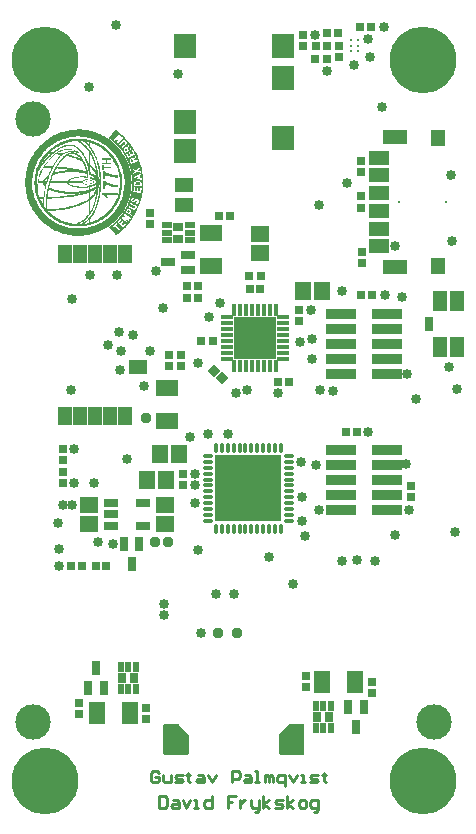
<source format=gts>
G04*
G04 #@! TF.GenerationSoftware,Altium Limited,Altium Designer,18.1.7 (191)*
G04*
G04 Layer_Color=8388736*
%FSLAX25Y25*%
%MOIN*%
G70*
G01*
G75*
%ADD11C,0.00984*%
%ADD53R,0.07677X0.05709*%
%ADD54C,0.11811*%
%ADD55R,0.07284X0.08465*%
%ADD56R,0.06299X0.05709*%
%ADD57R,0.02953X0.02756*%
%ADD58R,0.03150X0.03504*%
%ADD59R,0.01968X0.03347*%
%ADD60R,0.02559X0.04528*%
%ADD61R,0.05709X0.07677*%
%ADD62R,0.08465X0.04528*%
%ADD63R,0.05709X0.06299*%
%ADD64R,0.03110X0.02874*%
%ADD65O,0.03937X0.01378*%
%ADD66O,0.01378X0.03937*%
%ADD67R,0.21850X0.21850*%
%ADD68R,0.02756X0.02953*%
%ADD69R,0.06890X0.04528*%
%ADD70R,0.07874X0.04528*%
%ADD71R,0.04528X0.05709*%
%ADD72R,0.04724X0.07087*%
%ADD73R,0.02559X0.04921*%
%ADD74R,0.10039X0.03583*%
%ADD75R,0.03110X0.03110*%
%ADD76P,0.04399X4X270.0*%
%ADD77R,0.03110X0.03110*%
%ADD78R,0.02874X0.03110*%
%ADD79O,0.01575X0.04134*%
%ADD80O,0.04134X0.01575*%
%ADD81R,0.14370X0.14370*%
%ADD82R,0.04528X0.06102*%
%ADD83R,0.06102X0.04528*%
%ADD84R,0.04528X0.02559*%
%ADD85R,0.03347X0.01968*%
%ADD86R,0.03504X0.03150*%
%ADD87R,0.06102X0.05118*%
%ADD88C,0.00984*%
%ADD89R,0.04528X0.02953*%
%ADD90C,0.00591*%
%ADD91C,0.22244*%
G04:AMPARAMS|DCode=92|XSize=5.91mil|YSize=5.91mil|CornerRadius=0mil|HoleSize=0mil|Usage=FLASHONLY|Rotation=0.000|XOffset=0mil|YOffset=0mil|HoleType=Round|Shape=RoundedRectangle|*
%AMROUNDEDRECTD92*
21,1,0.00591,0.00591,0,0,0.0*
21,1,0.00591,0.00591,0,0,0.0*
1,1,0.00000,0.00295,-0.00295*
1,1,0.00000,-0.00295,-0.00295*
1,1,0.00000,-0.00295,0.00295*
1,1,0.00000,0.00295,0.00295*
%
%ADD92ROUNDEDRECTD92*%
%ADD93C,0.03347*%
%ADD94C,0.03362*%
%ADD95C,0.03740*%
G36*
X39593Y232687D02*
X39692Y232622D01*
X39987Y232425D01*
X40118Y232294D01*
X40249Y232228D01*
X40315Y232162D01*
X40348Y232130D01*
X40872Y231703D01*
X41299Y231310D01*
X41496Y231146D01*
X41627Y231014D01*
X41725Y230949D01*
X41758Y230916D01*
X42053Y230621D01*
X42381Y230326D01*
X42676Y229998D01*
X42939Y229702D01*
X43168Y229440D01*
X43332Y229243D01*
X43464Y229112D01*
X43496Y229046D01*
X43824Y228653D01*
X44152Y228259D01*
X44415Y227898D01*
X44644Y227570D01*
X44841Y227308D01*
X44972Y227111D01*
X45071Y226980D01*
X45104Y226947D01*
X45596Y226127D01*
X46022Y225340D01*
X46416Y224586D01*
X46711Y223897D01*
X46973Y223306D01*
X47072Y223077D01*
X47137Y222847D01*
X47203Y222683D01*
X47268Y222552D01*
X47301Y222486D01*
Y222454D01*
X47596Y221568D01*
X47859Y220715D01*
X48056Y219862D01*
X48220Y219075D01*
X48285Y218747D01*
X48318Y218419D01*
X48384Y218124D01*
X48416Y217894D01*
X48449Y217698D01*
X48482Y217566D01*
Y217435D01*
X48515Y217107D01*
X48548Y216746D01*
Y216386D01*
X48580Y215992D01*
Y214155D01*
X48548Y213762D01*
Y213434D01*
X48515Y213204D01*
Y213007D01*
X48482Y212909D01*
Y212876D01*
X48351Y211990D01*
X48220Y211138D01*
X48056Y210383D01*
X47892Y209694D01*
X47793Y209399D01*
X47728Y209137D01*
X47662Y208907D01*
X47596Y208710D01*
X47564Y208546D01*
X47531Y208448D01*
X47498Y208382D01*
Y208350D01*
X47236Y207562D01*
X46908Y206841D01*
X46612Y206152D01*
X46317Y205562D01*
X46055Y205037D01*
X45956Y204840D01*
X45858Y204643D01*
X45760Y204512D01*
X45727Y204414D01*
X45661Y204348D01*
Y204315D01*
X44874Y203069D01*
X44021Y201921D01*
X43595Y201396D01*
X43168Y200904D01*
X42742Y200445D01*
X42348Y200018D01*
X41988Y199658D01*
X41627Y199297D01*
X41332Y199002D01*
X41069Y198772D01*
X40840Y198575D01*
X40676Y198444D01*
X40577Y198346D01*
X40544Y198313D01*
X40282Y198116D01*
X40085Y197985D01*
X39954Y197854D01*
X39888Y197821D01*
X39724Y197722D01*
X39593Y197657D01*
X39528Y197624D01*
X39462Y197657D01*
X39364Y197788D01*
X39232Y197886D01*
X39200Y197919D01*
X37724Y199625D01*
X37560Y199854D01*
X37428Y200018D01*
X37363Y200084D01*
Y200117D01*
X37166Y200314D01*
X38150Y201068D01*
X38708Y201527D01*
X39134Y201921D01*
X39495Y202282D01*
X39823Y202610D01*
X40118Y202905D01*
X40348Y203167D01*
X40544Y203364D01*
X40643Y203495D01*
X40676Y203528D01*
X41299Y204315D01*
X41561Y204676D01*
X41791Y205004D01*
X41988Y205299D01*
X42119Y205529D01*
X42217Y205660D01*
X42250Y205726D01*
X42447Y206054D01*
X42611Y206316D01*
X42742Y206513D01*
X42775Y206546D01*
Y206578D01*
X42939Y206874D01*
X43070Y207103D01*
X43103Y207234D01*
X43136Y207267D01*
X43365Y207759D01*
X43660Y208448D01*
X43923Y209170D01*
X44120Y209826D01*
X44316Y210449D01*
X44448Y210974D01*
X44480Y211170D01*
X44546Y211367D01*
X44579Y211531D01*
Y211630D01*
X44612Y211695D01*
Y211728D01*
X44743Y212515D01*
X44841Y213302D01*
X44907Y214024D01*
X44940Y214647D01*
Y215992D01*
X44874Y216976D01*
X44644Y218452D01*
X44546Y218944D01*
X44448Y219469D01*
X44382Y219666D01*
X44316Y219830D01*
X44284Y219961D01*
Y219994D01*
X44185Y220354D01*
X44087Y220650D01*
X43988Y220945D01*
X43923Y221174D01*
X43857Y221371D01*
X43792Y221502D01*
X43759Y221601D01*
Y221634D01*
X43595Y222027D01*
X43431Y222388D01*
X43267Y222716D01*
X43136Y223011D01*
X43004Y223241D01*
X42939Y223405D01*
X42873Y223536D01*
X42840Y223569D01*
X42480Y224225D01*
X42283Y224553D01*
X42086Y224848D01*
X41922Y225110D01*
X41824Y225307D01*
X41725Y225438D01*
X41692Y225471D01*
X41036Y226324D01*
X40741Y226718D01*
X40446Y227046D01*
X40184Y227341D01*
X39987Y227538D01*
X39823Y227702D01*
X39790Y227734D01*
X39396Y228128D01*
X39003Y228522D01*
X38642Y228850D01*
X38314Y229145D01*
X38019Y229374D01*
X37789Y229538D01*
X37658Y229670D01*
X37592Y229702D01*
X37166Y229998D01*
X39331Y232556D01*
X39429Y232654D01*
X39462Y232687D01*
X39495Y232720D01*
X39593Y232687D01*
D02*
G37*
G36*
X28376Y232818D02*
X29064Y232753D01*
X30344Y232523D01*
X30967Y232392D01*
X31557Y232228D01*
X32115Y232064D01*
X32607Y231933D01*
X33099Y231769D01*
X33492Y231605D01*
X33886Y231474D01*
X34181Y231342D01*
X34444Y231244D01*
X34608Y231146D01*
X34739Y231113D01*
X34772Y231080D01*
X35264Y230818D01*
X35756Y230555D01*
X36182Y230326D01*
X36543Y230096D01*
X36871Y229866D01*
X37100Y229702D01*
X37232Y229604D01*
X37297Y229571D01*
X38150Y228915D01*
X38544Y228587D01*
X38904Y228292D01*
X39167Y228062D01*
X39396Y227833D01*
X39560Y227702D01*
X39593Y227669D01*
X40216Y227013D01*
X40774Y226324D01*
X41233Y225701D01*
X41627Y225143D01*
X41955Y224651D01*
X42086Y224454D01*
X42184Y224258D01*
X42283Y224126D01*
X42348Y224028D01*
X42381Y223962D01*
Y223930D01*
X42840Y223077D01*
X43037Y222716D01*
X43201Y222355D01*
X43332Y222093D01*
X43431Y221863D01*
X43464Y221732D01*
X43496Y221666D01*
X43792Y220846D01*
X43923Y220453D01*
X44021Y220125D01*
X44087Y219797D01*
X44152Y219567D01*
X44218Y219436D01*
Y219370D01*
X44382Y218616D01*
X44513Y217862D01*
X44579Y217140D01*
X44644Y216484D01*
X44677Y215959D01*
X44710Y215697D01*
Y215139D01*
X44677Y214319D01*
X44644Y213565D01*
X44546Y212843D01*
X44480Y212220D01*
X44382Y211695D01*
X44349Y211466D01*
X44284Y211302D01*
X44251Y211138D01*
Y211039D01*
X44218Y210974D01*
Y210941D01*
X44120Y210482D01*
X43988Y210055D01*
X43857Y209662D01*
X43759Y209301D01*
X43660Y209006D01*
X43562Y208809D01*
X43529Y208678D01*
X43496Y208612D01*
X43168Y207825D01*
X42972Y207464D01*
X42808Y207136D01*
X42676Y206841D01*
X42545Y206644D01*
X42480Y206513D01*
X42447Y206447D01*
X42020Y205726D01*
X41561Y205037D01*
X41102Y204446D01*
X40643Y203889D01*
X40282Y203430D01*
X39954Y203102D01*
X39856Y202970D01*
X39757Y202872D01*
X39724Y202839D01*
X39692Y202806D01*
X39068Y202216D01*
X38445Y201658D01*
X37855Y201199D01*
X37297Y200773D01*
X36838Y200412D01*
X36444Y200182D01*
X36313Y200084D01*
X36215Y200018D01*
X36149Y199953D01*
X36116D01*
X35460Y199592D01*
X34804Y199264D01*
X34148Y198969D01*
X33492Y198706D01*
X32246Y198280D01*
X31656Y198083D01*
X31098Y197952D01*
X30573Y197821D01*
X30114Y197722D01*
X29720Y197657D01*
X29360Y197591D01*
X29064Y197558D01*
X28835Y197526D01*
X28704Y197493D01*
X28671D01*
X28408D01*
X28146Y197460D01*
X27523D01*
X27260D01*
X27031D01*
X26900D01*
X26834D01*
X26408D01*
X26047D01*
X25752D01*
X25489Y197493D01*
X25325D01*
X25194D01*
X25128D01*
X25096D01*
X24604Y197558D01*
X24177Y197657D01*
X23751Y197722D01*
X23423Y197788D01*
X23128Y197854D01*
X22898Y197886D01*
X22767Y197919D01*
X22701D01*
X21947Y198149D01*
X21586Y198247D01*
X21291Y198346D01*
X21028Y198444D01*
X20799Y198510D01*
X20668Y198575D01*
X20635D01*
X19749Y198969D01*
X19323Y199166D01*
X18962Y199362D01*
X18667Y199526D01*
X18404Y199658D01*
X18273Y199723D01*
X18208Y199756D01*
X17781Y200018D01*
X17355Y200281D01*
X16994Y200543D01*
X16666Y200773D01*
X16371Y200970D01*
X16174Y201101D01*
X16043Y201199D01*
X16010Y201232D01*
X15452Y201724D01*
X14895Y202216D01*
X14403Y202708D01*
X13944Y203200D01*
X13517Y203725D01*
X13091Y204217D01*
X12730Y204676D01*
X12402Y205135D01*
X12140Y205562D01*
X11877Y205955D01*
X11648Y206283D01*
X11484Y206578D01*
X11352Y206841D01*
X11221Y207005D01*
X11188Y207136D01*
X11156Y207169D01*
X10795Y207989D01*
X10631Y208350D01*
X10500Y208678D01*
X10401Y208973D01*
X10303Y209170D01*
X10270Y209334D01*
X10237Y209366D01*
X9975Y210186D01*
X9876Y210547D01*
X9778Y210908D01*
X9712Y211203D01*
X9647Y211433D01*
X9614Y211564D01*
Y211630D01*
X9516Y212154D01*
X9483Y212417D01*
X9450Y212614D01*
X9417Y212778D01*
Y212942D01*
X9384Y213007D01*
Y213040D01*
X9352Y213598D01*
X9319Y214122D01*
X9286Y214352D01*
Y214713D01*
X9253Y214975D01*
Y215205D01*
X9286Y215533D01*
Y216254D01*
X9319Y216517D01*
Y216746D01*
X9352Y216943D01*
Y217074D01*
X9384Y217173D01*
Y217271D01*
X9483Y218026D01*
X9647Y218747D01*
X9778Y219436D01*
X9942Y220026D01*
X10106Y220551D01*
X10172Y220748D01*
X10204Y220945D01*
X10270Y221076D01*
X10303Y221174D01*
X10336Y221240D01*
Y221273D01*
X10631Y221994D01*
X10959Y222683D01*
X11254Y223339D01*
X11582Y223864D01*
X11844Y224323D01*
X12041Y224684D01*
X12140Y224815D01*
X12172Y224914D01*
X12238Y224946D01*
Y224979D01*
X12664Y225602D01*
X13124Y226160D01*
X13550Y226685D01*
X13944Y227144D01*
X14272Y227505D01*
X14534Y227767D01*
X14698Y227931D01*
X14764Y227997D01*
X15321Y228489D01*
X15846Y228948D01*
X16404Y229342D01*
X16896Y229702D01*
X17322Y229998D01*
X17650Y230227D01*
X17781Y230326D01*
X17880Y230391D01*
X17912Y230424D01*
X17945D01*
X18109Y230522D01*
X18306Y230621D01*
X18700Y230850D01*
X18896Y230916D01*
X19028Y230982D01*
X19126Y231047D01*
X19159D01*
X19684Y231310D01*
X19913Y231408D01*
X20110Y231506D01*
X20241Y231572D01*
X20340Y231605D01*
X20405Y231638D01*
X20438D01*
X21094Y231867D01*
X21783Y232097D01*
X23095Y232425D01*
X24308Y232622D01*
X24866Y232720D01*
X25391Y232753D01*
X25883Y232818D01*
X26342D01*
X26736Y232851D01*
X27064D01*
X27326D01*
X27523D01*
X27654D01*
X27687D01*
X28376Y232818D01*
D02*
G37*
G36*
X101969Y34548D02*
X102015Y34545D01*
X102060Y34534D01*
X102103Y34516D01*
X102143Y34492D01*
X102178Y34461D01*
X102208Y34426D01*
X102232Y34386D01*
X102250Y34343D01*
X102261Y34298D01*
X102265Y34252D01*
Y24803D01*
X102261Y24757D01*
X102250Y24712D01*
X102232Y24669D01*
X102208Y24629D01*
X102178Y24594D01*
X102143Y24564D01*
X102103Y24539D01*
X102060Y24521D01*
X102015Y24511D01*
X101969Y24507D01*
X94095Y24507D01*
X94048Y24511D01*
X94003Y24521D01*
X93960Y24539D01*
X93920Y24564D01*
X93885Y24594D01*
X93855Y24629D01*
X93831Y24669D01*
X93813Y24712D01*
X93802Y24757D01*
X93798Y24803D01*
X93798Y31102D01*
Y31102D01*
D01*
X93802Y31149D01*
X93813Y31194D01*
X93831Y31237D01*
X93855Y31276D01*
X93885Y31312D01*
X97035Y34462D01*
X97070Y34492D01*
X97110Y34516D01*
X97153Y34534D01*
X97198Y34545D01*
X97244Y34548D01*
X97244D01*
D01*
X101969Y34548D01*
D02*
G37*
G36*
X60282Y34545D02*
X60328Y34534D01*
X60371Y34516D01*
X60410Y34492D01*
X60446Y34462D01*
X63595Y31312D01*
X63626Y31276D01*
X63650Y31237D01*
X63668Y31194D01*
X63678Y31149D01*
X63682Y31102D01*
D01*
Y31102D01*
X63682Y24803D01*
X63678Y24757D01*
X63668Y24712D01*
X63650Y24669D01*
X63626Y24629D01*
X63595Y24594D01*
X63560Y24564D01*
X63520Y24539D01*
X63477Y24521D01*
X63432Y24511D01*
X63386Y24507D01*
X55512Y24507D01*
X55466Y24511D01*
X55420Y24521D01*
X55377Y24539D01*
X55338Y24564D01*
X55302Y24594D01*
X55272Y24629D01*
X55248Y24669D01*
X55230Y24712D01*
X55219Y24757D01*
X55216Y24803D01*
Y34252D01*
X55219Y34298D01*
X55230Y34343D01*
X55248Y34386D01*
X55272Y34426D01*
X55302Y34461D01*
X55338Y34492D01*
X55377Y34516D01*
X55420Y34534D01*
X55466Y34545D01*
X55512Y34548D01*
X60236Y34548D01*
D01*
X60236D01*
X60282Y34545D01*
D02*
G37*
%LPC*%
G36*
X40348Y231375D02*
X39232Y230096D01*
X39101Y229998D01*
X39036Y229899D01*
X38970Y229834D01*
Y229801D01*
X38839Y229670D01*
X38773Y229571D01*
X38740Y229538D01*
X38773Y229506D01*
X38806Y229440D01*
X38839Y229374D01*
X38872Y229342D01*
X39101Y229145D01*
X39167D01*
X39232Y229210D01*
X39495Y229374D01*
X39724Y229538D01*
X39790Y229571D01*
X39823Y229604D01*
X40544Y230096D01*
Y230063D01*
X40512Y230030D01*
Y229998D01*
X39692Y228620D01*
X39921Y228423D01*
X40052Y228325D01*
X40118Y228259D01*
X40151Y228226D01*
X41856Y230063D01*
X41725Y230194D01*
X41594Y230293D01*
X41496Y230326D01*
X41463Y230293D01*
X41430Y230194D01*
X41332Y230096D01*
X41233Y229965D01*
X41200Y229932D01*
X40577Y229243D01*
X40446Y229079D01*
X40348Y228948D01*
X40282Y228915D01*
Y228981D01*
X40315Y229014D01*
X41102Y230391D01*
X41233Y230588D01*
X41200Y230654D01*
X41135Y230686D01*
X41102Y230719D01*
X41069D01*
X40971Y230850D01*
X39856Y230030D01*
X39692Y229932D01*
X39593Y229834D01*
X39528Y229801D01*
X39462Y229768D01*
X39429Y229735D01*
X40643Y231146D01*
X40348Y231375D01*
D02*
G37*
G36*
X43726Y227898D02*
X43693Y227866D01*
Y227833D01*
X43595Y227702D01*
X43529Y227538D01*
X43496Y227505D01*
Y227472D01*
X43365Y227210D01*
X43300Y227046D01*
X43234Y226947D01*
Y226783D01*
X43037Y226849D01*
X42939Y226882D01*
X42873Y226914D01*
X42808D01*
X42775D01*
X42709D01*
X42676D01*
X42644D01*
X42414Y226816D01*
X42250Y226652D01*
X42119Y226554D01*
X42086Y226488D01*
X42020Y226324D01*
Y226127D01*
X42053Y226029D01*
X42086Y225963D01*
X42184Y225799D01*
X42283Y225602D01*
X42381Y225471D01*
X42414Y225438D01*
Y225406D01*
X42578Y225209D01*
X42676Y225110D01*
X42742Y225045D01*
X42808Y225078D01*
X42939Y225176D01*
X43234Y225373D01*
X43365Y225504D01*
X43496Y225570D01*
X43595Y225635D01*
X43628Y225668D01*
X43923Y225865D01*
X44152Y226029D01*
X44316Y226127D01*
X44448Y226226D01*
X44546Y226324D01*
X44644Y226357D01*
X44677Y226390D01*
X44776Y226455D01*
X44677Y226619D01*
X44612Y226685D01*
X44546Y226718D01*
X44513D01*
X44448Y226685D01*
X44316Y226586D01*
X44185Y226488D01*
X44152Y226455D01*
X44120D01*
X43693Y226160D01*
X43595Y226324D01*
X43529Y226390D01*
Y226554D01*
X43595Y226685D01*
X43660Y226882D01*
X43726Y227013D01*
X43759Y227078D01*
X43956Y227538D01*
Y227603D01*
X43923Y227669D01*
X43890Y227702D01*
X43857Y227734D01*
X43792Y227833D01*
X43759Y227866D01*
X43726Y227898D01*
D02*
G37*
G36*
X42316Y229276D02*
X42184Y229243D01*
X42053Y229210D01*
X41988Y229178D01*
X41922Y229112D01*
X41889D01*
X41791Y229046D01*
X41627Y228948D01*
X41266Y228620D01*
X41102Y228489D01*
X40971Y228358D01*
X40872Y228259D01*
X40840Y228226D01*
X40446Y227898D01*
X40741Y227570D01*
X41627Y228390D01*
X41824Y228554D01*
X41955Y228653D01*
X42053Y228718D01*
X42086D01*
X42217Y228784D01*
X42316Y228817D01*
X42414D01*
X42512Y228751D01*
X42611Y228653D01*
X42644Y228620D01*
Y228587D01*
X42676Y228489D01*
X42709Y228423D01*
X42676Y228358D01*
Y228325D01*
X42611Y228226D01*
X42512Y228128D01*
X42447Y228030D01*
X42414Y227997D01*
X42348Y227931D01*
X42217Y227833D01*
X41988Y227636D01*
X41791Y227439D01*
X41725Y227406D01*
X41692Y227374D01*
X41266Y227013D01*
X41397Y226849D01*
X41496Y226750D01*
X41528Y226718D01*
X41561D01*
X41692Y226783D01*
X41824Y226882D01*
X42053Y227111D01*
X42283Y227308D01*
X42316Y227374D01*
X42348Y227406D01*
X42545Y227570D01*
X42676Y227734D01*
X42906Y227931D01*
X43004Y228030D01*
X43037Y228062D01*
X43103Y228259D01*
Y228456D01*
X43070Y228620D01*
X43037Y228784D01*
X42939Y228882D01*
X42873Y228981D01*
X42840Y229046D01*
X42808Y229079D01*
X42644Y229210D01*
X42480Y229243D01*
X42316Y229276D01*
D02*
G37*
G36*
X45104Y225898D02*
X45038D01*
X44972Y225865D01*
X44940Y225832D01*
X44874Y225766D01*
X44808Y225734D01*
X44776Y225701D01*
X45038Y225242D01*
X45169Y224979D01*
X45235Y224815D01*
Y224717D01*
X45202Y224651D01*
X45104Y224586D01*
X45005Y224553D01*
X44972Y224520D01*
X44808Y224454D01*
X44743Y224422D01*
X44677Y224389D01*
X44218Y225242D01*
X44185Y225274D01*
X44120D01*
X44021Y225242D01*
X43988Y225209D01*
X43792Y225078D01*
X44316Y224192D01*
X44284Y224159D01*
X44218Y224094D01*
X44120Y224061D01*
X44087Y224028D01*
X43792Y223897D01*
X43562Y224389D01*
X43464Y224520D01*
X43398Y224651D01*
X43332Y224750D01*
X43267Y224815D01*
X43234D01*
X43168D01*
X43103Y224782D01*
X43070D01*
X42906Y224684D01*
X43660Y223339D01*
X45464Y224356D01*
X45661Y224487D01*
X45760Y224553D01*
X45792Y224586D01*
Y224651D01*
X45760Y224717D01*
X45661Y224946D01*
X45530Y225110D01*
X45497Y225176D01*
Y225209D01*
X45136Y225865D01*
X45104Y225898D01*
D02*
G37*
G36*
X46055Y224094D02*
X46022D01*
X45956Y224028D01*
X45858Y223897D01*
X45727Y223766D01*
X45694Y223733D01*
Y223700D01*
X45530Y223438D01*
X45432Y223306D01*
X45366Y223208D01*
Y223175D01*
X45333Y223142D01*
X45300D01*
X45268Y223175D01*
X45235Y223208D01*
X45038Y223306D01*
X44841Y223339D01*
X44710D01*
X44677D01*
X44644D01*
X44415Y223274D01*
X44251Y223142D01*
X44152Y223044D01*
X44120Y223011D01*
X44054Y222847D01*
X44021Y222716D01*
Y222585D01*
X44087Y222388D01*
X44185Y222158D01*
X44284Y221962D01*
X44316Y221896D01*
Y221863D01*
X44349Y221732D01*
X44415Y221666D01*
X44480Y221535D01*
X44546Y221502D01*
X46744Y222421D01*
X46711Y222585D01*
X46678Y222683D01*
X46612Y222749D01*
X46580D01*
X46481Y222716D01*
X46317Y222683D01*
X46186Y222618D01*
X46153Y222585D01*
X46120D01*
X45661Y222388D01*
X45596Y222519D01*
X45563Y222585D01*
Y222683D01*
X45596Y222716D01*
Y222749D01*
X45661Y222880D01*
X45760Y223044D01*
X45858Y223142D01*
X45891Y223208D01*
X46055Y223405D01*
X46153Y223503D01*
X46186Y223569D01*
X46219Y223667D01*
Y223766D01*
X46186Y223831D01*
X46153Y223897D01*
Y223930D01*
X46120Y224028D01*
X46088Y224061D01*
X46055Y224094D01*
D02*
G37*
G36*
X47432Y220223D02*
X47367D01*
X47268Y220125D01*
X47170Y220059D01*
X47137Y220026D01*
X46645Y219600D01*
X46514Y219469D01*
X46383Y219403D01*
X46317Y219370D01*
X46284D01*
X46153Y219403D01*
X45956Y219436D01*
X45760Y219469D01*
X45727Y219502D01*
X45694D01*
X45268Y219633D01*
X45169Y219666D01*
X45104D01*
X45071D01*
X45038Y219633D01*
Y219534D01*
X45071Y219436D01*
Y219403D01*
X45136Y219272D01*
X45169Y219239D01*
X45235Y219206D01*
X45366Y219174D01*
X45464Y219141D01*
X45497D01*
X45661Y219075D01*
X45760Y219010D01*
X45825Y218977D01*
Y218944D01*
X45792Y218911D01*
X45628Y218747D01*
X45464Y218616D01*
X45432Y218583D01*
X45399Y218550D01*
X45333Y218452D01*
X45300Y218419D01*
Y218354D01*
X45333Y218288D01*
Y218190D01*
X45366Y218091D01*
Y218058D01*
X45399Y218026D01*
X45497Y218058D01*
X45628Y218190D01*
X45727Y218288D01*
X45792Y218321D01*
X46448Y218846D01*
X47826Y218452D01*
X47793Y218583D01*
X47760Y218714D01*
Y218780D01*
X47728Y218846D01*
X47695Y218878D01*
X47662Y218911D01*
X47498Y218944D01*
X47367Y219010D01*
X47334D01*
X47301D01*
X46842Y219174D01*
X46875Y219206D01*
X46940Y219239D01*
X46973Y219305D01*
X47006D01*
X47531Y219797D01*
X47498Y220026D01*
Y220125D01*
X47465Y220190D01*
X47432Y220223D01*
D02*
G37*
G36*
X47859Y218091D02*
X47826D01*
X47695Y218058D01*
X47531Y217993D01*
X47367Y217927D01*
X47334Y217894D01*
X47301D01*
X46711Y217632D01*
X46514Y217534D01*
X46317Y217468D01*
X46186Y217435D01*
X46153Y217402D01*
X45497Y217107D01*
X45464Y217042D01*
Y216878D01*
X45497Y216746D01*
X45530Y216681D01*
X45563Y216648D01*
X45628Y216615D01*
X45694Y216582D01*
X45727D01*
X48023Y216123D01*
X48056Y216156D01*
Y216320D01*
X48023Y216517D01*
X47465Y216648D01*
X47400Y217206D01*
Y217402D01*
X47432Y217435D01*
X47498Y217501D01*
X47596Y217566D01*
X47695Y217599D01*
X47728Y217632D01*
X47826Y217665D01*
X47859Y217698D01*
X47892Y217730D01*
X47924Y217796D01*
Y217993D01*
X47892Y218058D01*
X47859Y218091D01*
D02*
G37*
G36*
X47170Y215664D02*
X47072D01*
X46940D01*
X46908D01*
X46612D01*
X46383D01*
X46252Y215631D01*
X46219D01*
X46055Y215566D01*
X45924Y215500D01*
X45858Y215467D01*
X45825Y215434D01*
X45727Y215336D01*
X45661Y215238D01*
X45596Y215172D01*
Y215139D01*
X45563Y214877D01*
Y214024D01*
X48023Y213991D01*
X48056Y214352D01*
Y214811D01*
X48023Y214975D01*
X47990Y215106D01*
X47957Y215270D01*
X47924Y215336D01*
X47728Y215500D01*
X47629Y215533D01*
X47596Y215566D01*
X47400Y215631D01*
X47334D01*
X47301D01*
X47170Y215664D01*
D02*
G37*
G36*
X45727Y213630D02*
X45628D01*
X45563D01*
X45530D01*
Y213565D01*
X45497Y213466D01*
X45464Y213204D01*
X45432Y213106D01*
Y212974D01*
X45399Y212909D01*
Y212876D01*
X45366Y212646D01*
Y212351D01*
X45333Y212286D01*
Y212154D01*
X47826Y211826D01*
X48023Y213368D01*
X47596Y213401D01*
X47465Y212286D01*
X47104Y212318D01*
X46940D01*
X46842Y212351D01*
X46776Y212384D01*
Y212515D01*
X46809Y212712D01*
X46842Y212876D01*
Y212942D01*
X46875Y213368D01*
X46481Y213434D01*
X46383Y212548D01*
X46350Y212450D01*
X46317Y212417D01*
X46284D01*
X45792Y212482D01*
Y212712D01*
X45924Y213598D01*
X45727Y213630D01*
D02*
G37*
G36*
X45497Y210022D02*
X45432D01*
X45399D01*
X45202D01*
X45136Y209990D01*
X45104D01*
X44907Y209891D01*
X44776Y209760D01*
X44710Y209662D01*
X44677Y209596D01*
X44612Y209334D01*
X44579Y209137D01*
X44644Y208973D01*
X44710Y208842D01*
X44776Y208743D01*
X44874Y208678D01*
X44907Y208612D01*
X44940D01*
X45169Y208546D01*
X45333Y208514D01*
X45464Y208546D01*
X45497D01*
X45694Y208678D01*
X45858Y208842D01*
X45989Y208973D01*
X46022Y209038D01*
X46120Y209170D01*
X46219Y209268D01*
X46252Y209301D01*
X46284D01*
X46416Y209334D01*
X46514Y209301D01*
X46580Y209268D01*
X46612Y209235D01*
X46678Y209104D01*
X46711Y209006D01*
X46678Y208874D01*
Y208842D01*
X46645Y208743D01*
X46612Y208678D01*
X46448Y208579D01*
X46317Y208514D01*
X46284D01*
X46252D01*
X46120D01*
X46088Y208481D01*
X46055Y208415D01*
Y208218D01*
X46153Y208153D01*
X46284Y208120D01*
X46350D01*
X46547Y208153D01*
X46711Y208218D01*
X46940Y208415D01*
X47072Y208612D01*
X47104Y208678D01*
Y208710D01*
X47170Y208973D01*
X47137Y209202D01*
X47104Y209334D01*
X47072Y209366D01*
X46908Y209530D01*
X46744Y209662D01*
X46580Y209694D01*
X46547Y209727D01*
X46514D01*
X46317Y209760D01*
X46153Y209727D01*
X46022Y209694D01*
X45989D01*
X45825Y209563D01*
X45661Y209399D01*
X45563Y209268D01*
X45497Y209235D01*
Y209202D01*
X45399Y209071D01*
X45333Y209006D01*
X45235Y208973D01*
X45202Y208940D01*
X45104D01*
X45071Y208973D01*
X45005Y209137D01*
Y209301D01*
X45038Y209432D01*
X45071Y209465D01*
X45104Y209530D01*
X45169Y209563D01*
X45202Y209596D01*
X45235D01*
X45333D01*
X45366D01*
X45399D01*
X45432Y209629D01*
X45464Y209662D01*
X45497Y209694D01*
Y209727D01*
X45563Y209891D01*
Y209924D01*
X45530Y209990D01*
X45497Y210022D01*
D02*
G37*
G36*
X44349Y208382D02*
X44316D01*
X44152Y208022D01*
X45464Y207398D01*
X45760Y207267D01*
X45858Y207169D01*
X45924Y207070D01*
Y206841D01*
X45825Y206677D01*
X45792Y206644D01*
Y206611D01*
X45694Y206546D01*
X45596Y206513D01*
X45530D01*
X45497D01*
X45366Y206578D01*
X45202Y206611D01*
X45104Y206677D01*
X45038D01*
X43792Y207267D01*
X43759Y207234D01*
Y207169D01*
X43726Y207136D01*
Y207103D01*
X43660Y206906D01*
X43693Y206874D01*
X43792Y206841D01*
X44021Y206710D01*
X44218Y206611D01*
X44284Y206578D01*
X44316D01*
X44710Y206414D01*
X45005Y206283D01*
X45202Y206218D01*
X45268Y206185D01*
X45464Y206152D01*
X45628Y206119D01*
X45891Y206185D01*
X46055Y206283D01*
X46120Y206349D01*
X46219Y206513D01*
X46284Y206644D01*
X46317Y206742D01*
Y206775D01*
X46350Y206939D01*
X46383Y207070D01*
X46350Y207169D01*
Y207202D01*
X46317Y207267D01*
X46252Y207366D01*
X46055Y207530D01*
X45891Y207661D01*
X45858Y207694D01*
X45825D01*
X44940Y208120D01*
X44743Y208186D01*
X44612Y208251D01*
X44513Y208317D01*
X44415Y208350D01*
X44349Y208382D01*
D02*
G37*
G36*
X43792Y206349D02*
X43759D01*
X43628D01*
X43496Y206316D01*
X43300Y206185D01*
X43136Y206021D01*
X43103Y205988D01*
Y205955D01*
X42676Y205266D01*
X44546Y204184D01*
X44677Y204086D01*
X44776Y204053D01*
X44808Y204020D01*
X44874Y204053D01*
X44907Y204118D01*
X44940Y204151D01*
Y204184D01*
X45071Y204348D01*
X44316Y204774D01*
X44284Y204840D01*
X44316Y204971D01*
X44382Y205070D01*
X44415Y205135D01*
X44480Y205299D01*
X44513Y205430D01*
X44546Y205627D01*
Y205758D01*
X44513Y205791D01*
X44415Y205955D01*
X44316Y206054D01*
X44218Y206119D01*
X44185Y206152D01*
X44021Y206250D01*
X43890Y206316D01*
X43792Y206349D01*
D02*
G37*
G36*
X42545Y204873D02*
X42480D01*
X42447D01*
X42217Y204610D01*
X42152Y204414D01*
X43201Y203167D01*
Y203134D01*
X43168D01*
X43136Y203167D01*
X43103D01*
X42250Y203528D01*
X42053Y203626D01*
X41922Y203692D01*
X41824Y203725D01*
X41758Y203758D01*
X41660D01*
X41627Y203725D01*
X41561Y203659D01*
X41496Y203594D01*
X41463Y203561D01*
X41299Y203397D01*
X41332Y203364D01*
X41397Y203298D01*
X41561Y203134D01*
X41758Y203003D01*
X41791Y202970D01*
X41824Y202938D01*
X42184Y202675D01*
X42512Y202413D01*
X42644Y202314D01*
X42742Y202216D01*
X42808Y202183D01*
X42840Y202150D01*
X43103Y201954D01*
X43201Y201888D01*
X43234Y201855D01*
X43267D01*
X43332Y201888D01*
X43365Y201921D01*
X43431Y201954D01*
Y201986D01*
X43529Y202150D01*
X42086Y203200D01*
X42020Y203266D01*
X43759Y202446D01*
X43824Y202544D01*
X43857Y202610D01*
X43923Y202708D01*
X43956Y202741D01*
Y202774D01*
X43693Y203167D01*
X43004Y203922D01*
X42742Y204217D01*
X44251Y203102D01*
X44448Y203430D01*
X42644Y204807D01*
X42545Y204873D01*
D02*
G37*
G36*
X41036Y203069D02*
X40840Y202839D01*
X40708Y202708D01*
X40643Y202642D01*
X40610Y202610D01*
X39987Y201921D01*
X41791Y200281D01*
X41856Y200314D01*
X41955Y200412D01*
X42086Y200543D01*
X42250Y200707D01*
X42381Y200838D01*
X42512Y200970D01*
X42611Y201068D01*
X42644Y201101D01*
X42873Y201330D01*
X42578Y201658D01*
X41791Y200838D01*
X41299Y201298D01*
X41627Y201658D01*
X41791Y201855D01*
X41889Y201954D01*
X41922Y202019D01*
Y202085D01*
X41889Y202118D01*
X41856Y202183D01*
X41824D01*
X41758Y202249D01*
X41725Y202314D01*
X41692D01*
X41332Y201954D01*
X41168Y201790D01*
X41036Y201691D01*
X40971Y201626D01*
X40905Y201658D01*
X40840Y201691D01*
X40807Y201724D01*
X40774Y201757D01*
X40577Y201954D01*
X41332Y202774D01*
X41036Y203069D01*
D02*
G37*
G36*
X39823Y201757D02*
X39692Y201658D01*
X39626Y201626D01*
X39593Y201560D01*
Y201527D01*
X38576Y200707D01*
X38839Y200379D01*
X39331Y200806D01*
X40676Y199198D01*
X40971Y199494D01*
X39659Y201035D01*
X39692Y201101D01*
X39757Y201166D01*
X39823Y201232D01*
X39856Y201265D01*
X40085Y201462D01*
X39823Y201757D01*
D02*
G37*
%LPD*%
G36*
X42808Y226488D02*
X42972Y226422D01*
X43103Y226291D01*
X43136Y226258D01*
Y226226D01*
X43267Y226094D01*
X43300Y225996D01*
X43332Y225963D01*
X43300Y225930D01*
X43234Y225865D01*
X43136Y225832D01*
X43103Y225799D01*
X42972Y225734D01*
X42906Y225668D01*
X42840Y225635D01*
X42808Y225668D01*
X42742Y225734D01*
X42676Y225832D01*
X42644Y225865D01*
X42545Y226029D01*
X42512Y226160D01*
Y226357D01*
X42611Y226455D01*
X42644Y226488D01*
X42742Y226521D01*
X42808Y226488D01*
D02*
G37*
G36*
X44907Y222880D02*
X44940D01*
X45005Y222814D01*
X45071Y222716D01*
X45136Y222618D01*
Y222585D01*
X45202Y222454D01*
X45235Y222355D01*
Y222290D01*
X45202Y222224D01*
X45136Y222191D01*
X45038Y222158D01*
X45005Y222126D01*
X44874Y222093D01*
X44776Y222060D01*
X44710D01*
X44677Y222126D01*
X44612Y222191D01*
X44579Y222290D01*
Y222322D01*
X44513Y222486D01*
X44480Y222618D01*
X44448Y222650D01*
Y222683D01*
X44480Y222782D01*
X44546Y222847D01*
X44612Y222880D01*
X44644D01*
X44776Y222913D01*
X44874D01*
X44907Y222880D01*
D02*
G37*
G36*
X46940Y217206D02*
X46973Y217140D01*
Y217009D01*
X47006Y216878D01*
Y216812D01*
X46973Y216779D01*
X46940D01*
X46875D01*
X46744D01*
X46580Y216812D01*
X46547D01*
X46514D01*
X46055Y216943D01*
X46481Y217140D01*
X46940Y217271D01*
Y217206D01*
D02*
G37*
G36*
X47104Y215270D02*
X47236Y215238D01*
X47268D01*
X47400Y215205D01*
X47498Y215139D01*
X47564Y215106D01*
Y215074D01*
X47596Y214975D01*
X47629Y214844D01*
Y214713D01*
X47695Y214418D01*
X47268D01*
X47137D01*
X47039D01*
X46908D01*
X46842D01*
X45989D01*
Y214680D01*
X46022Y214942D01*
X46088Y215106D01*
X46186Y215172D01*
X46219Y215205D01*
X46350Y215270D01*
X46514Y215303D01*
X46645D01*
X46711D01*
X46940D01*
X47104Y215270D01*
D02*
G37*
G36*
X43923Y205857D02*
X43988Y205824D01*
X44021Y205791D01*
X44087Y205726D01*
X44152Y205660D01*
Y205594D01*
X44120Y205496D01*
X44087Y205398D01*
X44021Y205299D01*
X43988Y205266D01*
X43890Y205037D01*
X43595Y205201D01*
X43431Y205266D01*
X43365Y205299D01*
X43300Y205332D01*
X43267D01*
Y205365D01*
X43300Y205463D01*
X43332Y205529D01*
Y205562D01*
X43431Y205693D01*
X43496Y205758D01*
X43628Y205857D01*
X43693Y205890D01*
X43726D01*
X43857D01*
X43923Y205857D01*
D02*
G37*
%LPC*%
G36*
X27490Y230522D02*
X27129D01*
X26834D01*
X26637D01*
X26604D01*
X26572D01*
X25948Y230490D01*
X25391Y230457D01*
X24833Y230391D01*
X24374Y230326D01*
X23980Y230260D01*
X23685Y230194D01*
X23488Y230162D01*
X23456Y230129D01*
X23423D01*
X22898Y229998D01*
X22373Y229834D01*
X21881Y229670D01*
X21422Y229506D01*
X21061Y229342D01*
X20766Y229210D01*
X20569Y229145D01*
X20536Y229112D01*
X20504D01*
X19979Y228850D01*
X19487Y228620D01*
X19290Y228489D01*
X19126Y228423D01*
X19028Y228358D01*
X18995Y228325D01*
X18437Y227964D01*
X18175Y227767D01*
X17945Y227603D01*
X17748Y227472D01*
X17584Y227374D01*
X17486Y227308D01*
X17453Y227275D01*
X17256Y227111D01*
X17060Y226914D01*
X16633Y226521D01*
X16436Y226324D01*
X16305Y226193D01*
X16207Y226094D01*
X16174Y226062D01*
X15912Y225799D01*
X15649Y225537D01*
X15452Y225340D01*
X15321Y225176D01*
X15190Y225012D01*
X15092Y224914D01*
X15059Y224881D01*
X15026Y224848D01*
X14731Y224454D01*
X14468Y224061D01*
X14239Y223700D01*
X14042Y223405D01*
X13878Y223175D01*
X13747Y222978D01*
X13681Y222847D01*
X13648Y222814D01*
X13288Y222126D01*
X13124Y221798D01*
X12992Y221502D01*
X12861Y221240D01*
X12763Y221043D01*
X12730Y220912D01*
X12697Y220879D01*
X12402Y219994D01*
X12140Y219141D01*
X11976Y218354D01*
X11844Y217665D01*
X11779Y217337D01*
X11746Y217074D01*
X11713Y216812D01*
X11680Y216615D01*
Y216451D01*
X11648Y216320D01*
Y216222D01*
X11615Y215664D01*
Y214188D01*
X11648Y213827D01*
Y213565D01*
X11680Y213401D01*
Y213335D01*
X11844Y212351D01*
X11943Y211892D01*
X12041Y211466D01*
X12140Y211105D01*
X12238Y210842D01*
X12271Y210646D01*
X12304Y210613D01*
Y210580D01*
X12664Y209596D01*
X13058Y208678D01*
X13517Y207825D01*
X13944Y207070D01*
X14173Y206742D01*
X14370Y206414D01*
X14534Y206152D01*
X14698Y205955D01*
X14829Y205758D01*
X14928Y205627D01*
X14960Y205562D01*
X14993Y205529D01*
X15485Y204971D01*
X15715Y204709D01*
X15944Y204479D01*
X16108Y204282D01*
X16272Y204118D01*
X16371Y204020D01*
X16404Y203987D01*
X16994Y203462D01*
X17256Y203233D01*
X17486Y203036D01*
X17683Y202872D01*
X17847Y202741D01*
X17945Y202675D01*
X17978Y202642D01*
X18536Y202282D01*
X19060Y201954D01*
X19585Y201691D01*
X20077Y201429D01*
X20471Y201232D01*
X20799Y201101D01*
X20897Y201035D01*
X20996Y201002D01*
X21028Y200970D01*
X21061D01*
X21684Y200740D01*
X22275Y200543D01*
X22832Y200379D01*
X23324Y200248D01*
X23751Y200150D01*
X24079Y200084D01*
X24210Y200051D01*
X24308Y200018D01*
X24341D01*
X24374D01*
X25489Y199887D01*
X26604Y199854D01*
X27654Y199887D01*
X28671Y199986D01*
X29622Y200117D01*
X30540Y200314D01*
X31393Y200543D01*
X32180Y200806D01*
X32902Y201068D01*
X33525Y201330D01*
X34083Y201593D01*
X34542Y201822D01*
X34936Y202019D01*
X35198Y202183D01*
X35362Y202282D01*
X35428Y202314D01*
X36182Y202806D01*
X36346Y202938D01*
X36477Y203036D01*
X36674Y203167D01*
X36740Y203233D01*
X36772Y203266D01*
X37264Y203725D01*
X37724Y204151D01*
X38150Y204610D01*
X38314Y204774D01*
X38445Y204938D01*
X38544Y205037D01*
X38576Y205070D01*
X39068Y205660D01*
X39298Y205922D01*
X39462Y206152D01*
X39626Y206349D01*
X39724Y206513D01*
X39790Y206611D01*
X39823Y206644D01*
X40249Y207300D01*
X40413Y207628D01*
X40577Y207923D01*
X40708Y208186D01*
X40807Y208382D01*
X40872Y208514D01*
X40905Y208546D01*
X41233Y209268D01*
X41364Y209629D01*
X41496Y209924D01*
X41561Y210154D01*
X41627Y210350D01*
X41692Y210482D01*
Y210514D01*
X41955Y211531D01*
X42152Y212515D01*
X42250Y213466D01*
X42316Y214319D01*
X42348Y214680D01*
Y216058D01*
X42283Y216746D01*
X42217Y217435D01*
X41922Y218714D01*
X41758Y219338D01*
X41594Y219928D01*
X41397Y220453D01*
X41200Y220945D01*
X41036Y221404D01*
X40840Y221830D01*
X40676Y222191D01*
X40512Y222486D01*
X40413Y222716D01*
X40315Y222913D01*
X40249Y223011D01*
X40216Y223044D01*
X39856Y223602D01*
X39495Y224126D01*
X39101Y224618D01*
X38740Y225078D01*
X38412Y225438D01*
X38150Y225734D01*
X37986Y225930D01*
X37953Y225996D01*
X37920D01*
X37396Y226488D01*
X36936Y226914D01*
X36707Y227078D01*
X36543Y227210D01*
X36444Y227275D01*
X36412Y227308D01*
X35756Y227800D01*
X35460Y227997D01*
X35198Y228161D01*
X34968Y228325D01*
X34772Y228423D01*
X34640Y228489D01*
X34608Y228522D01*
X34345Y228686D01*
X34050Y228817D01*
X33919Y228882D01*
X33820Y228948D01*
X33755Y228981D01*
X33722D01*
X33525Y229079D01*
X33394Y229145D01*
X33296Y229210D01*
X33197Y229243D01*
X33132Y229309D01*
X33099D01*
X32672Y229473D01*
X32180Y229670D01*
X31656Y229834D01*
X31164Y229965D01*
X30704Y230096D01*
X30278Y230162D01*
X29983Y230227D01*
X29852Y230260D01*
X29753Y230293D01*
X29720D01*
X29688D01*
X29064Y230391D01*
X28507Y230457D01*
X27982Y230490D01*
X27490Y230522D01*
D02*
G37*
%LPD*%
G36*
X28343Y229735D02*
X28736Y229670D01*
X29097Y229637D01*
X29360Y229604D01*
X29524Y229571D01*
X29589D01*
X29950Y229506D01*
X30344Y229407D01*
X30508Y229374D01*
X30639Y229342D01*
X30704Y229309D01*
X30737D01*
X31196Y229178D01*
X31557Y229079D01*
X31688Y229014D01*
X31820Y228981D01*
X31852Y228948D01*
X31885D01*
X32541Y228718D01*
X32836Y228587D01*
X33132Y228456D01*
X33328Y228358D01*
X33525Y228259D01*
X33624Y228226D01*
X33656Y228194D01*
X34280Y227866D01*
X34542Y227702D01*
X34804Y227538D01*
X35001Y227439D01*
X35132Y227341D01*
X35231Y227275D01*
X35264Y227242D01*
X35854Y226849D01*
X36116Y226652D01*
X36379Y226422D01*
X36871Y225963D01*
X37100Y225766D01*
X37264Y225602D01*
X37363Y225504D01*
X37396Y225471D01*
X37986Y224848D01*
X38216Y224553D01*
X38445Y224290D01*
X38609Y224094D01*
X38740Y223930D01*
X38806Y223798D01*
X38839Y223766D01*
X39232Y223175D01*
X39593Y222585D01*
X39921Y222027D01*
X40184Y221502D01*
X40380Y221076D01*
X40512Y220715D01*
X40577Y220584D01*
X40610Y220486D01*
X40643Y220453D01*
Y220420D01*
X41004Y219436D01*
X41233Y218485D01*
X41430Y217566D01*
X41561Y216746D01*
X41594Y216353D01*
X41627Y216025D01*
Y215730D01*
X41660Y215500D01*
Y215008D01*
X41594Y213991D01*
X41463Y213007D01*
X41299Y212089D01*
X41102Y211269D01*
X41004Y210875D01*
X40905Y210547D01*
X40807Y210285D01*
X40708Y210022D01*
X40643Y209826D01*
X40577Y209694D01*
X40544Y209596D01*
Y209563D01*
X40413Y209268D01*
X40282Y208973D01*
X40216Y208842D01*
X40184Y208710D01*
X40118Y208645D01*
Y208612D01*
X39921Y208218D01*
X39757Y207956D01*
X39659Y207792D01*
X39626Y207726D01*
X38839Y206578D01*
X38445Y206086D01*
X38019Y205594D01*
X37592Y205135D01*
X37166Y204709D01*
X36772Y204315D01*
X36379Y203987D01*
X36018Y203659D01*
X35657Y203397D01*
X35362Y203167D01*
X35100Y202970D01*
X34870Y202806D01*
X34706Y202708D01*
X34608Y202642D01*
X34575Y202610D01*
X33591Y202085D01*
X32574Y201626D01*
X31590Y201298D01*
X30704Y201035D01*
X30278Y200904D01*
X29917Y200838D01*
X29589Y200773D01*
X29294Y200707D01*
X29064Y200674D01*
X28868Y200642D01*
X28769Y200609D01*
X28736D01*
X28474Y200576D01*
X28179D01*
X27621Y200543D01*
X27392D01*
X27195D01*
X27031D01*
X26998D01*
X26604D01*
X26276D01*
X25981Y200576D01*
X25719D01*
X25522D01*
X25391Y200609D01*
X25292D01*
X25260D01*
X24407Y200740D01*
X23587Y200937D01*
X22832Y201134D01*
X22209Y201330D01*
X21652Y201527D01*
X21422Y201593D01*
X21258Y201691D01*
X21094Y201724D01*
X20996Y201790D01*
X20930Y201822D01*
X20897D01*
X20569Y201986D01*
X20274Y202118D01*
X20110Y202183D01*
X20077Y202216D01*
X20044D01*
X19782Y202380D01*
X19487Y202577D01*
X19356Y202675D01*
X19257Y202741D01*
X19192Y202806D01*
X19159D01*
X18470Y203266D01*
X17814Y203790D01*
X17224Y204282D01*
X16699Y204774D01*
X16272Y205168D01*
X15944Y205529D01*
X15846Y205660D01*
X15748Y205758D01*
X15715Y205791D01*
X15682Y205824D01*
X15518Y206021D01*
X15387Y206218D01*
X15190Y206447D01*
X15092Y206611D01*
X15059Y206644D01*
X14928Y206874D01*
X14764Y207136D01*
X14632Y207333D01*
X14567Y207366D01*
Y207398D01*
X14140Y208120D01*
X13812Y208842D01*
X13517Y209498D01*
X13288Y210088D01*
X13091Y210613D01*
X13025Y210810D01*
X12960Y211006D01*
X12927Y211138D01*
X12894Y211236D01*
X12861Y211302D01*
Y211334D01*
X12664Y212253D01*
X12566Y212679D01*
X12500Y213040D01*
X12468Y213368D01*
X12435Y213630D01*
X12402Y213794D01*
Y213860D01*
X12369Y214319D01*
X12336Y214778D01*
Y215631D01*
X12369Y215926D01*
Y216189D01*
X12402Y216418D01*
Y216582D01*
X12435Y216714D01*
Y216812D01*
X12500Y217337D01*
X12599Y217829D01*
X12697Y218255D01*
X12796Y218649D01*
X12861Y218944D01*
X12927Y219206D01*
X12992Y219338D01*
Y219403D01*
X13288Y220289D01*
X13452Y220715D01*
X13616Y221076D01*
X13747Y221371D01*
X13878Y221634D01*
X13944Y221765D01*
X13976Y221830D01*
X14304Y222421D01*
X14600Y222978D01*
X14928Y223438D01*
X15223Y223864D01*
X15485Y224192D01*
X15682Y224454D01*
X15813Y224586D01*
X15846Y224651D01*
X16141Y225012D01*
X16240Y225143D01*
X16404Y225274D01*
X16699Y225537D01*
X16830Y225668D01*
X16928Y225766D01*
X16994Y225832D01*
X17027Y225865D01*
X17453Y226258D01*
X17781Y226554D01*
X17880Y226652D01*
X17978Y226718D01*
X18011Y226783D01*
X18044D01*
X19093Y227505D01*
X20143Y228095D01*
X21160Y228554D01*
X22111Y228948D01*
X22537Y229079D01*
X22931Y229210D01*
X23259Y229309D01*
X23554Y229407D01*
X23784Y229473D01*
X23980Y229506D01*
X24079Y229538D01*
X24112D01*
X25063Y229670D01*
X25522Y229702D01*
X25916Y229735D01*
X26276Y229768D01*
X26572D01*
X26736D01*
X26801D01*
X27359D01*
X27851D01*
X28343Y229735D01*
D02*
G37*
%LPC*%
G36*
X29556Y228784D02*
X30409Y227898D01*
Y228489D01*
X30376Y228554D01*
Y228587D01*
X30344Y228620D01*
X30311D01*
X30278D01*
X30180D01*
X30016Y228653D01*
X29917Y228686D01*
X29852D01*
X29556Y228784D01*
D02*
G37*
G36*
X24112Y226160D02*
X23784D01*
X23652D01*
X23554D01*
X23488D01*
X23456D01*
X23160D01*
X22931D01*
X22800Y226127D01*
X22767D01*
X22603Y226094D01*
X22406Y226062D01*
X22308Y226029D01*
X22242Y225996D01*
X21619Y225799D01*
X21324Y225668D01*
X21094Y225570D01*
X20864Y225471D01*
X20700Y225406D01*
X20602Y225373D01*
X20569Y225340D01*
X20405Y225242D01*
X20307Y225176D01*
X20241Y225143D01*
Y225110D01*
X20274Y225078D01*
X20307D01*
X21717Y224848D01*
X22111Y225045D01*
X22373Y225176D01*
X22636Y225274D01*
X22865Y225340D01*
X22898Y225373D01*
X22931D01*
X23292Y225471D01*
X23587Y225537D01*
X23718Y225570D01*
X23816Y225602D01*
X23849D01*
X23882D01*
X24308Y225668D01*
X24702D01*
X24866D01*
X24997D01*
X25063D01*
X25096D01*
X25588Y225635D01*
X25948Y225602D01*
X26080Y225570D01*
X26178Y225537D01*
X26244Y225504D01*
X26276D01*
X26309D01*
X26211Y225570D01*
X26112Y225602D01*
X26080Y225635D01*
X26047D01*
X25784Y225766D01*
X25588Y225832D01*
X25456Y225898D01*
X25391Y225930D01*
X25030Y226029D01*
X24735Y226094D01*
X24604D01*
X24505Y226127D01*
X24472D01*
X24440D01*
X24112Y226160D01*
D02*
G37*
G36*
X23980Y227374D02*
X23652Y227341D01*
X23357Y227308D01*
X23160Y227275D01*
X23029Y227242D01*
X22964D01*
X22701Y227177D01*
X22472Y227078D01*
X22340Y227046D01*
X22275Y227013D01*
X22144Y226947D01*
X21980Y226882D01*
X21652Y226750D01*
X21488Y226652D01*
X21356Y226619D01*
X21291Y226554D01*
X21258D01*
X20668Y226226D01*
X20405Y226062D01*
X20176Y225930D01*
X19979Y225799D01*
X19848Y225734D01*
X19749Y225668D01*
X19716Y225635D01*
X19192Y225242D01*
X18700Y224881D01*
X18470Y224750D01*
X18306Y224618D01*
X18208Y224553D01*
X18175Y224520D01*
X17781Y224159D01*
X17388Y223766D01*
X17191Y223602D01*
X17060Y223470D01*
X16961Y223372D01*
X16928Y223339D01*
X16666Y223077D01*
X16436Y222847D01*
X16240Y222618D01*
X16076Y222454D01*
X15977Y222322D01*
X15879Y222224D01*
X15846Y222158D01*
X15813Y222126D01*
X15354Y221502D01*
X15124Y221207D01*
X14960Y220978D01*
X14796Y220748D01*
X14665Y220584D01*
X14600Y220486D01*
X14567Y220453D01*
X14370Y220158D01*
X14206Y219895D01*
X14075Y219698D01*
X13976Y219502D01*
X13878Y219370D01*
X13812Y219272D01*
X13780Y219206D01*
Y219174D01*
X13681Y218878D01*
X13616Y218583D01*
X13583Y218452D01*
X13550Y218354D01*
X13517Y218288D01*
Y218255D01*
X13419Y217829D01*
X13353Y217402D01*
X13320Y217206D01*
X13288Y217074D01*
X13255Y216976D01*
Y216943D01*
X13222Y216746D01*
Y216517D01*
X13189Y215992D01*
X13156Y215795D01*
Y214582D01*
X13189Y214418D01*
Y214122D01*
X13222Y214024D01*
Y214254D01*
X13255Y214385D01*
X13288Y214614D01*
X13353Y214844D01*
Y214942D01*
X13484Y215861D01*
X13714Y216779D01*
X14009Y217665D01*
X14304Y218452D01*
X14632Y219174D01*
X14764Y219469D01*
X14895Y219764D01*
X15026Y219994D01*
X15124Y220190D01*
X15223Y220354D01*
X15288Y220486D01*
X15354Y220551D01*
Y220584D01*
X15879Y221404D01*
X16469Y222126D01*
X17027Y222814D01*
X17552Y223405D01*
X18044Y223864D01*
X18240Y224061D01*
X18437Y224225D01*
X18568Y224356D01*
X18667Y224454D01*
X18732Y224487D01*
X18765Y224520D01*
X19224Y224848D01*
X19585Y225110D01*
X19749Y225209D01*
X19848Y225274D01*
X19913Y225340D01*
X19946D01*
X20405Y225602D01*
X20799Y225799D01*
X20963Y225865D01*
X21094Y225930D01*
X21192Y225963D01*
X21225D01*
X21717Y226127D01*
X22111Y226258D01*
X22275Y226291D01*
X22406D01*
X22472Y226324D01*
X22504D01*
X22964Y226390D01*
X23390Y226422D01*
X23554D01*
X23685D01*
X23751D01*
X23784D01*
X24210Y226390D01*
X24636Y226324D01*
X25424Y226127D01*
X26112Y225832D01*
X26703Y225537D01*
X27162Y225209D01*
X27359Y225078D01*
X27523Y224946D01*
X27654Y224848D01*
X27752Y224750D01*
X27785Y224717D01*
X27818Y224684D01*
X27982Y224520D01*
X28113Y224389D01*
X28179Y224290D01*
X28212Y224225D01*
X28244Y224159D01*
X28212D01*
X28113Y224192D01*
X27982Y224290D01*
X27884Y224389D01*
X27818Y224422D01*
X27392Y224717D01*
X26932Y224914D01*
X26506Y225078D01*
X26080Y225209D01*
X25719Y225274D01*
X25424Y225307D01*
X25227Y225340D01*
X25194D01*
X25161D01*
X24571D01*
X24013Y225274D01*
X23521Y225176D01*
X23062Y225045D01*
X22668Y224914D01*
X22373Y224815D01*
X22176Y224717D01*
X22144Y224684D01*
X22111D01*
X21881Y224586D01*
X21652Y224454D01*
X21520Y224356D01*
X21455Y224323D01*
X21225Y224159D01*
X21094Y224028D01*
X20996Y223930D01*
X20963Y223897D01*
X20733Y223634D01*
X20504Y223339D01*
X20077Y222782D01*
X19913Y222519D01*
X19782Y222322D01*
X19684Y222191D01*
X19651Y222126D01*
X19159Y221338D01*
X18962Y220978D01*
X18765Y220682D01*
X18634Y220420D01*
X18503Y220190D01*
X18437Y220059D01*
X18404Y220026D01*
X18076Y219338D01*
X17912Y218977D01*
X17748Y218649D01*
X17650Y218354D01*
X17552Y218124D01*
X17486Y217993D01*
X17453Y217927D01*
X17289Y217501D01*
X17158Y217074D01*
X17027Y216714D01*
X16928Y216386D01*
X16830Y216123D01*
X16797Y215926D01*
X16732Y215795D01*
Y215762D01*
X16535Y215074D01*
X16338Y214418D01*
X16207Y213762D01*
X16076Y213204D01*
X15977Y212712D01*
X15944Y212515D01*
X15912Y212318D01*
X15879Y212187D01*
X15846Y212089D01*
Y211990D01*
X15748Y211269D01*
X15682Y210580D01*
X15649Y209924D01*
X15616Y209334D01*
X15584Y208842D01*
Y208153D01*
X15551Y207366D01*
X16108Y206578D01*
Y208415D01*
X16141Y209137D01*
X16174Y209826D01*
X16240Y210482D01*
X16305Y211006D01*
X16338Y211236D01*
Y211433D01*
X16371Y211597D01*
X16404Y211695D01*
Y211794D01*
X16535Y212581D01*
X16699Y213368D01*
X16863Y214057D01*
X17027Y214680D01*
X17191Y215205D01*
X17256Y215402D01*
X17322Y215598D01*
X17355Y215730D01*
X17388Y215828D01*
X17420Y215894D01*
Y215926D01*
X17683Y216714D01*
X17978Y217435D01*
X18240Y218091D01*
X18503Y218682D01*
X18732Y219174D01*
X18831Y219370D01*
X18929Y219534D01*
X18995Y219666D01*
X19060Y219797D01*
X19093Y219830D01*
Y219862D01*
X19454Y220518D01*
X19848Y221142D01*
X20208Y221699D01*
X20536Y222158D01*
X20799Y222552D01*
X21028Y222847D01*
X21160Y223011D01*
X21225Y223077D01*
X21488Y223372D01*
X21717Y223634D01*
X21980Y223864D01*
X22209Y224061D01*
X22373Y224225D01*
X22537Y224323D01*
X22636Y224389D01*
X22668Y224422D01*
X22964Y224618D01*
X23259Y224750D01*
X23554Y224881D01*
X23784Y224979D01*
X24013Y225045D01*
X24177Y225078D01*
X24276Y225110D01*
X24308D01*
X24538Y225176D01*
X24768Y225209D01*
X24964D01*
X24997D01*
X25030D01*
X25358Y225176D01*
X25588Y225143D01*
X25719Y225110D01*
X25784Y225078D01*
X26080Y224979D01*
X26375Y224881D01*
X26572Y224750D01*
X26604Y224717D01*
X26637D01*
X26965Y224520D01*
X27228Y224356D01*
X27424Y224225D01*
X27457Y224159D01*
X27490D01*
X27687Y223995D01*
X27851Y223798D01*
X27982Y223634D01*
X28048Y223602D01*
Y223569D01*
X28277Y223274D01*
X28441Y223044D01*
X28572Y222880D01*
X28605Y222847D01*
Y222814D01*
X28835Y222388D01*
X29064Y221994D01*
X29130Y221830D01*
X29196Y221699D01*
X29261Y221601D01*
Y221568D01*
X29491Y221043D01*
X29589Y220814D01*
X29655Y220584D01*
X29720Y220420D01*
X29786Y220289D01*
X29819Y220190D01*
Y220158D01*
X29950Y219731D01*
X30016Y219338D01*
X30081Y219174D01*
Y219042D01*
X30114Y218944D01*
Y218911D01*
X30212Y218419D01*
X30245Y217993D01*
X30278Y217829D01*
Y217599D01*
X30311Y217402D01*
Y217009D01*
X30278Y214746D01*
X30114Y214778D01*
X30016Y214811D01*
X29917Y214877D01*
X29819Y214910D01*
X29786Y214942D01*
X29655Y215008D01*
X29556Y215106D01*
X29458Y215238D01*
X29392Y215336D01*
Y215369D01*
X29425Y215467D01*
X29491Y215533D01*
X29622Y215664D01*
X29786Y215730D01*
X29819Y215762D01*
X29852D01*
X29950Y215795D01*
X30016Y215828D01*
X30048Y215861D01*
X30081Y215894D01*
Y216222D01*
X29884Y216156D01*
X29655Y216123D01*
X29458Y216058D01*
X29327Y216025D01*
X29261Y215992D01*
X29032Y215894D01*
X28900Y215828D01*
X28802Y215762D01*
X28769Y215730D01*
X28605Y215566D01*
X28572Y215500D01*
X28540Y215467D01*
Y215270D01*
X28671Y215074D01*
X28868Y214910D01*
X29097Y214778D01*
X29327Y214647D01*
X29556Y214582D01*
X29688Y214549D01*
X29753Y214516D01*
X30081Y214450D01*
X30409Y214418D01*
X30573D01*
X30672D01*
X30737D01*
X30770D01*
X31164Y214450D01*
X31492Y214483D01*
X31623D01*
X31721Y214516D01*
X31754D01*
X31787D01*
X32115Y214614D01*
X32410Y214746D01*
X32607Y214877D01*
X32738Y214975D01*
X32836Y215074D01*
X32902Y215172D01*
X32935Y215205D01*
Y215369D01*
X32902Y215500D01*
X32869Y215566D01*
X32836Y215598D01*
X32738Y215730D01*
X32574Y215828D01*
X32476Y215894D01*
X32410Y215926D01*
X32279Y215992D01*
X32115Y216058D01*
X31984Y216090D01*
X31918D01*
X31656Y216156D01*
X31426Y216189D01*
X31262Y216222D01*
X31229D01*
X31196D01*
X31000Y216254D01*
Y215959D01*
X31032Y215894D01*
X31065Y215861D01*
X31098D01*
X31229D01*
X31360D01*
X31492Y215828D01*
X31524D01*
X31754Y215730D01*
X31918Y215631D01*
X32049Y215533D01*
X32082Y215402D01*
X32115Y215336D01*
Y215238D01*
X32082Y215205D01*
Y215172D01*
X31984Y215041D01*
X31820Y214942D01*
X31688Y214877D01*
X31656Y214844D01*
X31623D01*
X31393Y214778D01*
X31164Y214746D01*
X31032D01*
X30967D01*
X30770D01*
Y217009D01*
X30901Y216976D01*
X31229Y216910D01*
X31524Y216845D01*
X31754Y216779D01*
X31787Y216746D01*
X31820D01*
X32148Y216648D01*
X32377Y216550D01*
X32508Y216484D01*
X32541Y216451D01*
X32672Y216418D01*
X32705D01*
X32672Y216451D01*
X32574Y216582D01*
X32443Y216714D01*
X32312Y216812D01*
X32279Y216845D01*
X32082Y217042D01*
X31918Y217173D01*
X31787Y217238D01*
X31754Y217271D01*
X31492Y217435D01*
X31196Y217566D01*
X31000Y217665D01*
X30934Y217698D01*
X30901D01*
X30803Y217730D01*
X30737Y217763D01*
X30672Y217796D01*
Y217894D01*
X30639Y217993D01*
X30573Y218255D01*
X30540Y218485D01*
X30508Y218550D01*
Y218583D01*
X30344Y219338D01*
X30278Y219666D01*
X30180Y219994D01*
X30114Y220256D01*
X30081Y220453D01*
X30016Y220584D01*
Y220617D01*
X29917Y220978D01*
X29819Y221338D01*
X29720Y221634D01*
X29655Y221863D01*
X29589Y222060D01*
X29524Y222191D01*
X29491Y222290D01*
Y222322D01*
X29327Y222683D01*
X29196Y222978D01*
X29064Y223241D01*
X28966Y223470D01*
X28868Y223634D01*
X28802Y223766D01*
X28736Y223831D01*
Y223864D01*
X28474Y224323D01*
X28212Y224750D01*
X28113Y224946D01*
X28015Y225078D01*
X27949Y225176D01*
X27916Y225209D01*
X27720Y225438D01*
X27490Y225668D01*
X27293Y225865D01*
X27260Y225898D01*
X27228Y225930D01*
X26932Y226226D01*
X26703Y226422D01*
X26572Y226554D01*
X26506Y226586D01*
X26276Y226718D01*
X26047Y226849D01*
X25883Y226914D01*
X25850Y226947D01*
X25817D01*
X25555Y227078D01*
X25358Y227177D01*
X25227Y227210D01*
X25161Y227242D01*
X24735Y227308D01*
X24341Y227341D01*
X23980Y227374D01*
D02*
G37*
G36*
X25555Y224651D02*
X25522D01*
X25489D01*
X25227D01*
X24997D01*
X24833D01*
X24800D01*
X24768D01*
X24505D01*
X24276Y224618D01*
X24112Y224586D01*
X24079D01*
X24046D01*
X23882Y224520D01*
X23816Y224454D01*
X23784Y224422D01*
X23849D01*
X23948Y224389D01*
X24046Y224356D01*
X24112D01*
X24407Y224290D01*
X24735Y224192D01*
X25030Y224094D01*
X25358Y223995D01*
X25620Y223897D01*
X25850Y223831D01*
X25981Y223798D01*
X26047Y223766D01*
X26473Y223634D01*
X26801Y223536D01*
X27096Y223438D01*
X27326Y223339D01*
X27490Y223306D01*
X27588Y223241D01*
X27654Y223208D01*
X27687D01*
X27654Y223274D01*
X27621Y223306D01*
X27588Y223339D01*
X27457Y223470D01*
X27359Y223602D01*
X27228Y223700D01*
X27195Y223733D01*
X26900Y223962D01*
X26637Y224159D01*
X26440Y224290D01*
X26408Y224323D01*
X26375D01*
X26047Y224487D01*
X25752Y224586D01*
X25555Y224651D01*
D02*
G37*
G36*
X17519Y224815D02*
X17322D01*
X17191D01*
X17125Y224782D01*
X17092D01*
X16994Y224717D01*
X16863Y224586D01*
X16764Y224487D01*
X16732Y224422D01*
X16404Y224028D01*
X16108Y223667D01*
X15977Y223503D01*
X15879Y223372D01*
X15846Y223306D01*
X15813Y223274D01*
X15485Y222814D01*
X15223Y222454D01*
X15124Y222290D01*
X15059Y222191D01*
X15026Y222126D01*
X14993Y222093D01*
X14895Y221929D01*
X14862Y221830D01*
X14829Y221765D01*
X14796Y221699D01*
Y221666D01*
X14862Y221732D01*
X14928Y221798D01*
X15124Y222027D01*
X15321Y222257D01*
X15354Y222322D01*
X15387Y222355D01*
X15551Y222552D01*
X15748Y222782D01*
X15879Y222946D01*
X15944Y222978D01*
Y223011D01*
X17716Y224782D01*
X17519Y224815D01*
D02*
G37*
G36*
X26801Y229014D02*
X26211Y228948D01*
X25686Y228915D01*
X25161Y228850D01*
X24669Y228751D01*
X24243Y228686D01*
X23849Y228587D01*
X23587Y228522D01*
X23390Y228489D01*
X23357Y228456D01*
X23324D01*
X22800Y228292D01*
X22275Y228128D01*
X21816Y227931D01*
X21389Y227767D01*
X21028Y227603D01*
X20766Y227505D01*
X20602Y227406D01*
X20536Y227374D01*
X20110Y227144D01*
X19716Y226947D01*
X19585Y226849D01*
X19487Y226783D01*
X19421Y226750D01*
X19388Y226718D01*
X18995Y226455D01*
X18667Y226193D01*
X18503Y226094D01*
X18404Y225996D01*
X18339Y225963D01*
X18306Y225930D01*
X17912Y225570D01*
X17716Y225438D01*
X17781Y225373D01*
X17880Y225340D01*
X18011Y225307D01*
X18044D01*
X18240D01*
X18339Y225340D01*
X18404Y225373D01*
X18437D01*
X18568Y225438D01*
X18732Y225570D01*
X18864Y225668D01*
X18929Y225701D01*
X19487Y226062D01*
X20012Y226422D01*
X20241Y226554D01*
X20438Y226652D01*
X20569Y226718D01*
X20602Y226750D01*
X20963Y226947D01*
X21291Y227111D01*
X21553Y227242D01*
X21783Y227341D01*
X21947Y227406D01*
X22078Y227472D01*
X22144Y227505D01*
X22176D01*
X22570Y227636D01*
X22898Y227702D01*
X23095Y227767D01*
X23128D01*
X23160D01*
X23456Y227800D01*
X23751Y227833D01*
X23980D01*
X24013D01*
X24046D01*
X24308D01*
X24505D01*
X24604Y227800D01*
X24636D01*
X24800D01*
X24997Y227767D01*
X25128Y227734D01*
X25161D01*
X25653Y227603D01*
X26112Y227374D01*
X26506Y227144D01*
X26867Y226882D01*
X27162Y226652D01*
X27392Y226455D01*
X27556Y226324D01*
X27588Y226258D01*
X28146Y225635D01*
X28376Y225340D01*
X28572Y225078D01*
X28736Y224848D01*
X28868Y224651D01*
X28933Y224520D01*
X28966Y224487D01*
X29163Y224094D01*
X29392Y223700D01*
X29589Y223274D01*
X29753Y222880D01*
X29884Y222519D01*
X30016Y222224D01*
X30081Y222027D01*
X30114Y221994D01*
Y221962D01*
X30180Y221830D01*
X30245Y221765D01*
X30311Y221699D01*
X30409Y221634D01*
Y225570D01*
X30180Y225898D01*
X29852Y226291D01*
X29556Y226652D01*
X29425Y226783D01*
X29327Y226882D01*
X29261Y226947D01*
X29228Y226980D01*
X28868Y227374D01*
X28572Y227669D01*
X28441Y227767D01*
X28343Y227866D01*
X28310Y227898D01*
X28277Y227931D01*
X27949Y228226D01*
X27556Y228489D01*
X26801Y229014D01*
D02*
G37*
G36*
X19651Y224586D02*
X19520D01*
X19421Y224553D01*
X19356Y224520D01*
X19323D01*
X19192Y224422D01*
X18995Y224290D01*
X18798Y224159D01*
X18765Y224126D01*
X18732Y224094D01*
X18175Y223602D01*
X17912Y223372D01*
X17683Y223142D01*
X17519Y222946D01*
X17355Y222782D01*
X17256Y222683D01*
X17224Y222650D01*
X16732Y222060D01*
X16502Y221765D01*
X16305Y221502D01*
X16141Y221306D01*
X16010Y221109D01*
X15944Y221010D01*
X15912Y220978D01*
X15780Y220715D01*
X15813Y220650D01*
X15846D01*
X18273Y220551D01*
X18339Y220584D01*
X18404Y220682D01*
X18437Y220748D01*
X18470Y220781D01*
X18634Y221109D01*
X18831Y221437D01*
X18995Y221732D01*
X19192Y222027D01*
X19356Y222290D01*
X19487Y222486D01*
X19585Y222650D01*
X19618Y222683D01*
X19913Y223044D01*
X20143Y223372D01*
X20340Y223634D01*
X20536Y223831D01*
X20668Y223995D01*
X20766Y224094D01*
X20799Y224159D01*
X20832Y224192D01*
X20930Y224290D01*
X20963Y224323D01*
X20996Y224356D01*
Y224389D01*
X20963D01*
X20930D01*
X20897D01*
X19651Y224586D01*
D02*
G37*
G36*
X23128Y223962D02*
X22996D01*
X22964D01*
X22865Y223930D01*
X22734Y223864D01*
X22636Y223766D01*
X22603Y223733D01*
X22144Y223306D01*
X21717Y222880D01*
X21553Y222716D01*
X21422Y222552D01*
X21356Y222454D01*
X21324Y222421D01*
X20864Y221863D01*
X20668Y221601D01*
X20536Y221371D01*
X20405Y221174D01*
X20307Y221010D01*
X20241Y220912D01*
X20208Y220879D01*
X20077Y220584D01*
X20012Y220518D01*
Y220486D01*
X20044D01*
X22373Y220256D01*
X22996Y220190D01*
X23587Y220125D01*
X24144Y220026D01*
X24669Y219961D01*
X25096Y219862D01*
X25424Y219830D01*
X25555Y219797D01*
X25653Y219764D01*
X25686D01*
X25719D01*
X26342Y219666D01*
X26932Y219534D01*
X27424Y219436D01*
X27851Y219338D01*
X28212Y219272D01*
X28474Y219206D01*
X28638Y219141D01*
X28704D01*
X29556Y218944D01*
Y219010D01*
X29524Y219174D01*
X29491Y219305D01*
Y219370D01*
X29392Y219731D01*
X29294Y220026D01*
X29261Y220158D01*
X29228Y220256D01*
X29196Y220322D01*
Y220354D01*
X28966Y220978D01*
X28441Y222158D01*
X27982Y222388D01*
X27326Y222683D01*
X26998Y222814D01*
X26670Y222946D01*
X26408Y223044D01*
X26211Y223110D01*
X26080Y223175D01*
X26014D01*
X25161Y223438D01*
X24768Y223569D01*
X24407Y223667D01*
X24112Y223733D01*
X23882Y223798D01*
X23718Y223864D01*
X23652D01*
X23488Y223897D01*
X23324Y223930D01*
X23128Y223962D01*
D02*
G37*
G36*
X30737Y225012D02*
Y221371D01*
X31196Y220978D01*
X31557Y220617D01*
X31852Y220322D01*
X31951Y220190D01*
X32049Y220092D01*
X32082Y220026D01*
X32115Y219994D01*
X32410Y219600D01*
X32640Y219305D01*
X32738Y219174D01*
X32804Y219075D01*
X32869Y219010D01*
Y218977D01*
X32902Y218878D01*
X32935Y218846D01*
Y218977D01*
X32902Y219206D01*
X32869Y219436D01*
X32836Y219502D01*
Y219534D01*
X32738Y219961D01*
X32672Y220322D01*
X32640Y220453D01*
X32607Y220551D01*
X32574Y220584D01*
Y220617D01*
X32476Y221010D01*
X32377Y221338D01*
X32312Y221502D01*
X32279Y221601D01*
X32246Y221666D01*
Y221699D01*
X32115Y222093D01*
X32016Y222421D01*
X31951Y222552D01*
X31918Y222650D01*
X31885Y222683D01*
Y222716D01*
X31721Y223110D01*
X31524Y223503D01*
X31459Y223667D01*
X31393Y223798D01*
X31360Y223897D01*
X31328Y223930D01*
X31196Y224192D01*
X31098Y224389D01*
X31000Y224553D01*
X30934Y224684D01*
X30901Y224782D01*
X30868Y224848D01*
X30836Y224881D01*
X30737Y225012D01*
D02*
G37*
G36*
X20176Y219862D02*
X20012D01*
X19880D01*
X19815D01*
X19749D01*
X19716D01*
X19684D01*
X19651Y219830D01*
X19618Y219797D01*
X19585Y219764D01*
X19552Y219698D01*
X19520Y219633D01*
X19421Y219436D01*
X19323Y219239D01*
X19290Y219206D01*
Y219174D01*
X19192Y218944D01*
X19093Y218780D01*
X19060Y218682D01*
X19028Y218616D01*
X18995Y218518D01*
X19060D01*
X19159Y218550D01*
X19257Y218583D01*
X19290D01*
X19421Y218616D01*
X19552Y218649D01*
X19848Y218747D01*
X19979Y218780D01*
X20110D01*
X20176Y218813D01*
X20208D01*
X20700Y218911D01*
X21094Y218977D01*
X21258Y219010D01*
X21356Y219042D01*
X21422D01*
X21455D01*
X21947Y219108D01*
X22406Y219141D01*
X22570Y219174D01*
X22701D01*
X22800D01*
X22832D01*
X23390Y219206D01*
X23620Y219239D01*
X23849D01*
X24046D01*
X24177D01*
X24276D01*
X24308D01*
X24571D01*
X24735Y219272D01*
X24866D01*
X24964D01*
X24997D01*
X25030D01*
X24964Y219305D01*
X24833D01*
X24505Y219370D01*
X24308Y219403D01*
X24177D01*
X24079Y219436D01*
X24046D01*
X22570Y219633D01*
X20996Y219797D01*
X20668Y219830D01*
X20405D01*
X20176Y219862D01*
D02*
G37*
G36*
X30803Y220518D02*
X30737D01*
X30704D01*
Y220420D01*
X30737Y220289D01*
Y220059D01*
X30770Y219797D01*
X30803Y219633D01*
X30868Y219502D01*
Y219469D01*
X31098Y218288D01*
X31426Y218157D01*
X31688Y218058D01*
X31885Y217960D01*
X32049Y217894D01*
X32115Y217862D01*
X32377Y217730D01*
X32541Y217632D01*
X32607Y217599D01*
X32640Y217566D01*
X32738Y217534D01*
X32771Y217501D01*
X32804Y217534D01*
Y217566D01*
X32771Y217632D01*
X32738Y217796D01*
X32705Y217960D01*
X32672Y217993D01*
Y218026D01*
X32377Y218550D01*
X32246Y218780D01*
X32115Y219010D01*
X31984Y219174D01*
X31918Y219305D01*
X31852Y219403D01*
X31820Y219436D01*
X31656Y219633D01*
X31492Y219797D01*
X31360Y219928D01*
X31295Y219994D01*
X31098Y220223D01*
X30967Y220387D01*
X30901Y220453D01*
X30868Y220486D01*
X30803Y220518D01*
D02*
G37*
G36*
X25981Y218550D02*
X25489D01*
X25260D01*
X25063D01*
X24932D01*
X24899D01*
X24440D01*
X24013D01*
X23652D01*
X23390D01*
X23160Y218518D01*
X22996D01*
X22898D01*
X22865D01*
X22340Y218485D01*
X21848Y218419D01*
X21652Y218386D01*
X21488D01*
X21356Y218354D01*
X21324D01*
X20897Y218288D01*
X20504Y218222D01*
X20340Y218190D01*
X20208Y218157D01*
X20143Y218124D01*
X20110D01*
X19651Y218026D01*
X19290Y217927D01*
X19159Y217894D01*
X19060Y217862D01*
X18995Y217829D01*
X18962D01*
X18634Y217698D01*
X18339Y217107D01*
X18240Y216878D01*
X18175Y216681D01*
X18142Y216550D01*
X18109Y216484D01*
X17814Y215533D01*
X23062D01*
X23193Y215697D01*
X23292Y215828D01*
X23456Y215992D01*
X23751Y216222D01*
X23915Y216320D01*
X24013Y216386D01*
X24112Y216451D01*
X24144D01*
X24505Y216615D01*
X24866Y216714D01*
X25227Y216812D01*
X25588Y216910D01*
X25883Y216976D01*
X26112Y217009D01*
X26276Y217042D01*
X26342D01*
X27326Y217140D01*
X27785Y217173D01*
X28212D01*
X28572D01*
X28835D01*
X28999D01*
X29064D01*
X29819Y217140D01*
X29786Y217599D01*
X29753Y217829D01*
Y217960D01*
X29720Y218026D01*
X29655Y218058D01*
X29524Y218091D01*
X29196Y218157D01*
X29032Y218190D01*
X28900D01*
X28802Y218222D01*
X28769D01*
X28212Y218321D01*
X27982Y218386D01*
X27785Y218419D01*
X27588Y218452D01*
X27457D01*
X27392Y218485D01*
X27359D01*
X26998Y218518D01*
X26703D01*
X26572D01*
X26473D01*
X26440D01*
X26408D01*
X26211D01*
X25981Y218550D01*
D02*
G37*
G36*
X28244Y228948D02*
X28146D01*
X28080D01*
X27916D01*
X27818D01*
X27785Y228915D01*
X27818D01*
X27851D01*
X27884Y228882D01*
X27916D01*
X28113Y228718D01*
X28343Y228522D01*
X28540Y228358D01*
X28572Y228325D01*
X28605Y228292D01*
X28933Y227997D01*
X29196Y227767D01*
X29360Y227603D01*
X29425Y227570D01*
Y227538D01*
X29917Y226980D01*
X30147Y226718D01*
X30344Y226455D01*
X30540Y226258D01*
X30672Y226094D01*
X30737Y225963D01*
X30770Y225930D01*
X31164Y225307D01*
X31524Y224651D01*
X31852Y223995D01*
X32115Y223405D01*
X32344Y222847D01*
X32443Y222650D01*
X32508Y222454D01*
X32574Y222290D01*
X32607Y222158D01*
X32640Y222093D01*
Y222060D01*
X32902Y221207D01*
X33132Y220387D01*
X33296Y219600D01*
X33427Y218911D01*
X33492Y218583D01*
X33525Y218288D01*
X33558Y218058D01*
X33591Y217829D01*
Y217665D01*
X33624Y217534D01*
Y217435D01*
X33689Y216812D01*
X33886Y216517D01*
X34017Y216353D01*
X34083Y216287D01*
X34116Y216254D01*
X33984Y218026D01*
X33853Y218780D01*
X33788Y219108D01*
X33755Y219436D01*
X33689Y219731D01*
X33624Y219928D01*
X33591Y220092D01*
Y220125D01*
X33492Y220551D01*
X33394Y220912D01*
X33328Y221273D01*
X33230Y221568D01*
X33164Y221830D01*
X33099Y222027D01*
X33033Y222158D01*
Y222191D01*
X32738Y222946D01*
X32443Y223667D01*
X32148Y224290D01*
X31885Y224848D01*
X31623Y225307D01*
X31426Y225635D01*
X31360Y225766D01*
X31295Y225865D01*
X31262Y225898D01*
Y225930D01*
X30868Y226521D01*
X30475Y227046D01*
X30081Y227505D01*
X29720Y227866D01*
X29425Y228194D01*
X29163Y228390D01*
X29032Y228554D01*
X28966Y228587D01*
X28769Y228718D01*
X28638Y228817D01*
X28540Y228882D01*
X28507D01*
X28376Y228915D01*
X28244Y228948D01*
D02*
G37*
G36*
Y216878D02*
X27818D01*
X27523D01*
X27326Y216845D01*
X27293D01*
X27260D01*
X26998Y216812D01*
X26736Y216779D01*
X26572Y216746D01*
X26539D01*
X26506D01*
X26178Y216681D01*
X25850Y216615D01*
X25555Y216550D01*
X25325Y216484D01*
X25128Y216418D01*
X24964Y216353D01*
X24866Y216320D01*
X24833D01*
X24604Y216222D01*
X24407Y216123D01*
X24243Y216025D01*
X24112Y215926D01*
X23948Y215762D01*
X23882Y215730D01*
Y215697D01*
X23751Y215566D01*
X23784D01*
X23882D01*
X24079D01*
X24308D01*
X24374D01*
X24407D01*
X28244Y215533D01*
X28310Y215631D01*
X28408Y215730D01*
X28507Y215828D01*
X28605Y215861D01*
X28638Y215894D01*
X28802Y215992D01*
X28966Y216090D01*
X29064Y216123D01*
X29097Y216156D01*
X29294Y216222D01*
X29524Y216287D01*
X29655Y216320D01*
X29720D01*
X30048Y216386D01*
X30081Y216779D01*
X29720Y216812D01*
X28244Y216878D01*
D02*
G37*
G36*
X16699Y216714D02*
X16600Y216681D01*
X16469Y216582D01*
X16371Y216451D01*
X16338Y216418D01*
X16174Y216222D01*
X16043Y216058D01*
X15977Y215959D01*
X15944Y215926D01*
X15879Y215762D01*
X15846Y215664D01*
Y215598D01*
X15912Y215566D01*
X15977Y215533D01*
X16043D01*
X16076D01*
X16338D01*
X16502Y216123D01*
X16568Y216320D01*
X16633Y216451D01*
X16666Y216550D01*
Y216615D01*
X16699Y216714D01*
D02*
G37*
G36*
X15420Y220092D02*
X15354Y220026D01*
X15256Y219895D01*
X15157Y219731D01*
X15092Y219600D01*
X15059Y219567D01*
Y219534D01*
X14698Y218747D01*
X14534Y218386D01*
X14403Y218026D01*
X14370Y217894D01*
X14304Y217763D01*
X14272Y217698D01*
Y217665D01*
X14140Y217206D01*
X14009Y216845D01*
X13976Y216681D01*
X13944Y216582D01*
X13911Y216517D01*
Y216484D01*
X13747Y215533D01*
X15124Y215566D01*
X15157Y215795D01*
X15288Y216123D01*
X15518Y216451D01*
X15813Y216779D01*
X16141Y217042D01*
X16436Y217271D01*
X16699Y217468D01*
X16863Y217599D01*
X16928Y217632D01*
X17060Y217730D01*
X17125Y217829D01*
X17158Y217927D01*
Y217960D01*
X17617Y219042D01*
X17748Y219338D01*
X17847Y219567D01*
X17912Y219764D01*
X17945Y219862D01*
Y219994D01*
X17880Y220026D01*
X17748D01*
X17650D01*
X17617D01*
X15420Y220092D01*
D02*
G37*
G36*
X30016Y215664D02*
X29983D01*
X29917Y215631D01*
X29884Y215598D01*
X29852D01*
X29688Y215500D01*
X29655Y215467D01*
X29622D01*
X29589Y215369D01*
X29556Y215303D01*
X29589Y215270D01*
Y215238D01*
X29720Y215106D01*
X29753Y215074D01*
X29786Y215041D01*
X29884Y214975D01*
X29950Y214942D01*
X30016D01*
X30048Y214975D01*
Y215008D01*
X30081Y215139D01*
Y215500D01*
X30048Y215631D01*
X30016Y215664D01*
D02*
G37*
G36*
X31000Y215828D02*
Y214877D01*
X31196D01*
X31328Y214910D01*
X31459Y214942D01*
X31557Y215008D01*
X31590D01*
X31721Y215074D01*
X31820Y215139D01*
X31885Y215172D01*
X31951Y215303D01*
X31918Y215434D01*
X31885Y215500D01*
X31852Y215533D01*
X31787Y215598D01*
X31688Y215631D01*
X31590Y215664D01*
X31557D01*
X31393Y215730D01*
X31262Y215762D01*
X31164Y215795D01*
X31131D01*
X31000Y215828D01*
D02*
G37*
G36*
X28212Y215106D02*
X27096D01*
X26768D01*
X26506D01*
X26342D01*
X26178D01*
X26080D01*
X26014D01*
X25981D01*
X24407D01*
X24210D01*
X24046D01*
X23915Y215074D01*
X23849D01*
X23751Y215041D01*
X23784Y215008D01*
X23849Y214942D01*
X23882Y214910D01*
X23915Y214877D01*
X24046Y214746D01*
X24210Y214647D01*
X24571Y214450D01*
X24735Y214352D01*
X24866Y214319D01*
X24964Y214254D01*
X24997D01*
X25620Y214090D01*
X25916Y214024D01*
X26211Y213958D01*
X26473Y213926D01*
X26670Y213893D01*
X26801Y213860D01*
X26834D01*
X27392Y213827D01*
X27916Y213794D01*
X28146D01*
X28343D01*
X28474D01*
X28507D01*
X28868D01*
X29196Y213827D01*
X29458D01*
X29720Y213860D01*
X29917D01*
X30048Y213893D01*
X30147D01*
X30180D01*
X30278D01*
X30311Y213926D01*
X30344D01*
X30409Y214024D01*
Y214221D01*
X30114Y214254D01*
X29917Y214286D01*
X29688Y214319D01*
X29524Y214385D01*
X29491D01*
X29458D01*
X29228Y214450D01*
X29032Y214516D01*
X28900Y214582D01*
X28868D01*
X28704Y214680D01*
X28572Y214778D01*
X28474Y214877D01*
X28441Y214910D01*
X28212Y215106D01*
D02*
G37*
G36*
X32968Y214385D02*
X32869Y214352D01*
X32771Y214319D01*
X32738Y214286D01*
X32508Y214188D01*
X32279Y214090D01*
X31787Y213926D01*
X31557Y213860D01*
X31393Y213794D01*
X31262Y213762D01*
X31229D01*
X30737Y213630D01*
Y213106D01*
X30770Y212974D01*
Y212942D01*
X30868Y212974D01*
X31000Y213007D01*
X31295Y213138D01*
X31426Y213204D01*
X31557Y213237D01*
X31623Y213302D01*
X31656D01*
X31885Y213434D01*
X32115Y213532D01*
X32279Y213598D01*
X32410Y213696D01*
X32607Y213794D01*
X32672Y213827D01*
X32836Y214024D01*
X32869Y214090D01*
X32902Y214122D01*
X32968Y214254D01*
X33000Y214319D01*
Y214352D01*
X32968Y214385D01*
D02*
G37*
G36*
X23062Y215106D02*
X17650D01*
X17584Y214746D01*
X17519Y214582D01*
X17453Y214450D01*
X17420Y214319D01*
Y214286D01*
X17256Y213598D01*
X17289Y213532D01*
X17355Y213466D01*
X17584Y213368D01*
X17781Y213237D01*
X17847Y213204D01*
X17880D01*
X18372Y213040D01*
X18798Y212876D01*
X18995Y212843D01*
X19126Y212778D01*
X19224Y212745D01*
X19257D01*
X20241Y212515D01*
X20700Y212417D01*
X21127Y212318D01*
X21488Y212286D01*
X21783Y212220D01*
X21947Y212187D01*
X22012D01*
X23095Y212089D01*
X23620D01*
X24112Y212056D01*
X24538D01*
X24833D01*
X24964D01*
X25063D01*
X25096D01*
X25128D01*
X26473Y212089D01*
X26932Y212154D01*
X27457Y212220D01*
X27982Y212286D01*
X28179Y212318D01*
X28343D01*
X28474Y212351D01*
X28507D01*
X28835Y212417D01*
X29097Y212482D01*
X29360Y212515D01*
X29589Y212581D01*
X29753Y212614D01*
X29884Y212646D01*
X29950Y212679D01*
X29983D01*
X30409Y212778D01*
Y213598D01*
X30212Y213565D01*
X30048Y213532D01*
X29852Y213499D01*
X29458Y213466D01*
X29261D01*
X29130Y213434D01*
X29032D01*
X28999D01*
X28441D01*
X28212D01*
X28015Y213466D01*
X27818D01*
X27687D01*
X27621D01*
X27588D01*
X26998Y213499D01*
X26473Y213565D01*
X25981Y213663D01*
X25555Y213729D01*
X25227Y213794D01*
X24964Y213860D01*
X24833Y213926D01*
X24768D01*
X24374Y214090D01*
X24046Y214254D01*
X23751Y214418D01*
X23554Y214582D01*
X23390Y214713D01*
X23292Y214811D01*
X23259Y214877D01*
X23226Y214910D01*
X23062Y215106D01*
D02*
G37*
G36*
X17289Y212810D02*
X17158D01*
X17125D01*
X17092D01*
Y212778D01*
X17060Y212712D01*
X17027Y212482D01*
X16994Y212286D01*
X16961Y212220D01*
Y212187D01*
X16896Y211761D01*
X16863Y211400D01*
X16830Y211236D01*
Y211138D01*
X16797Y211072D01*
Y211039D01*
X16732Y210383D01*
X16764Y210350D01*
X16863D01*
X16928Y210383D01*
X16961D01*
X19060Y210449D01*
X22242Y210711D01*
X24210Y210941D01*
X24866Y211039D01*
X25194Y211105D01*
X25489Y211138D01*
X25752Y211170D01*
X25948Y211203D01*
X26112Y211236D01*
X26145D01*
X26506Y211302D01*
X26801Y211367D01*
X27031Y211433D01*
X27162Y211466D01*
X27260Y211498D01*
X27326D01*
X27359Y211531D01*
X27326D01*
X27260D01*
X27195D01*
X27162D01*
X26768Y211466D01*
X26375Y211433D01*
X26211D01*
X26080Y211400D01*
X25981D01*
X25948D01*
X25391D01*
X25096D01*
X24833D01*
X24604D01*
X24407D01*
X24276D01*
X24243D01*
X22832Y211433D01*
X22406Y211498D01*
X22275D01*
X22144Y211531D01*
X21816Y211564D01*
X21684Y211597D01*
X21553Y211630D01*
X21488D01*
X21455D01*
X21028Y211695D01*
X20668Y211761D01*
X20536D01*
X20471Y211794D01*
X20405D01*
X20372D01*
X19782Y211925D01*
X19257Y212089D01*
X18765Y212253D01*
X18339Y212384D01*
X17978Y212515D01*
X17716Y212614D01*
X17552Y212679D01*
X17486Y212712D01*
X17289Y212810D01*
D02*
G37*
G36*
X15124Y215106D02*
X13648D01*
X13616Y214910D01*
X13583Y214778D01*
Y214483D01*
X13550Y214254D01*
Y213794D01*
X13517Y213598D01*
Y212220D01*
X13550Y212089D01*
Y212023D01*
X13583Y211892D01*
Y211761D01*
X13616Y211630D01*
Y211597D01*
X14009Y210318D01*
X15354Y210285D01*
X15452Y211138D01*
X15485Y211498D01*
X15551Y211859D01*
X15616Y212253D01*
X15682Y212581D01*
X15715Y212876D01*
X15780Y213138D01*
X15813Y213270D01*
Y213335D01*
X15879Y213762D01*
X15715Y213958D01*
X15551Y214155D01*
X15420Y214319D01*
X15256Y214614D01*
X15190Y214811D01*
X15157Y214844D01*
Y214877D01*
X15124Y215106D01*
D02*
G37*
G36*
X32836Y213106D02*
X32771Y213073D01*
X32672Y213007D01*
X32640Y212974D01*
X32443Y212810D01*
X32213Y212679D01*
X31754Y212417D01*
X31524Y212318D01*
X31393Y212220D01*
X31262Y212187D01*
X31229Y212154D01*
X30737Y211859D01*
Y210055D01*
X30901Y210186D01*
X31229Y210514D01*
X31557Y210842D01*
X31820Y211170D01*
X32016Y211466D01*
X32213Y211728D01*
X32344Y211925D01*
X32410Y212056D01*
X32443Y212089D01*
X32541Y212318D01*
X32640Y212515D01*
X32672Y212646D01*
X32705Y212712D01*
X32804Y212909D01*
X32836Y213007D01*
X32869Y213073D01*
X32836Y213106D01*
D02*
G37*
G36*
X15321Y209727D02*
X15059D01*
X14928D01*
X14829D01*
X14796D01*
X14632D01*
X14534D01*
X14370D01*
X14304Y209694D01*
X14337Y209596D01*
X14370Y209465D01*
X14501Y209170D01*
X14567Y209038D01*
X14632Y208907D01*
X14698Y208842D01*
Y208809D01*
X14829Y208579D01*
X14928Y208382D01*
X15026Y208218D01*
X15092Y208120D01*
X15190Y207956D01*
X15223Y207923D01*
X15256Y207956D01*
Y208251D01*
X15321Y209727D01*
D02*
G37*
G36*
X30409Y211761D02*
X30376D01*
X30081Y211630D01*
X29753Y211531D01*
X29622Y211498D01*
X29491Y211466D01*
X29425Y211433D01*
X29392D01*
X28966Y211302D01*
X28572Y211203D01*
X28441Y211170D01*
X28343Y211138D01*
X28277Y211105D01*
X28244D01*
X27031Y210842D01*
X26440Y210711D01*
X25916Y210646D01*
X25456Y210547D01*
X25128Y210482D01*
X24997D01*
X24899Y210449D01*
X24833D01*
X24800D01*
X24079Y210350D01*
X23324Y210252D01*
X22603Y210186D01*
X21914Y210121D01*
X21324Y210055D01*
X21061Y210022D01*
X20832Y209990D01*
X20668D01*
X20504Y209957D01*
X20438D01*
X20405D01*
X19060Y209858D01*
X17060Y209760D01*
X16928D01*
X16830D01*
X16699D01*
X16633Y209727D01*
Y209629D01*
X16600Y209465D01*
Y206808D01*
X16699Y206316D01*
X18700Y206382D01*
X19716Y206447D01*
X20963Y206611D01*
X22144Y206775D01*
X23226Y207005D01*
X24243Y207234D01*
X25161Y207464D01*
X26014Y207726D01*
X26768Y207989D01*
X27457Y208251D01*
X28080Y208514D01*
X28605Y208776D01*
X29064Y208973D01*
X29425Y209170D01*
X29720Y209334D01*
X29917Y209465D01*
X30048Y209530D01*
X30081Y209563D01*
X30409Y209760D01*
Y211761D01*
D02*
G37*
G36*
X32935D02*
X32902Y211728D01*
X32640Y211302D01*
X32377Y210941D01*
X32279Y210777D01*
X32180Y210678D01*
X32148Y210613D01*
X32115Y210580D01*
X31754Y210219D01*
X31459Y209924D01*
X31328Y209793D01*
X31229Y209694D01*
X31164Y209662D01*
X31131Y209629D01*
X30737Y209301D01*
X30770Y205299D01*
X30803Y205365D01*
X30868Y205430D01*
X30901Y205496D01*
X30934Y205529D01*
X31196Y206086D01*
X31360Y206414D01*
X31524Y206775D01*
X31688Y207103D01*
X31820Y207431D01*
X31918Y207726D01*
X32016Y207989D01*
X32049Y208120D01*
X32082Y208186D01*
X32377Y209137D01*
X32476Y209563D01*
X32574Y209957D01*
X32640Y210285D01*
X32705Y210514D01*
X32738Y210678D01*
Y210744D01*
X32935Y211662D01*
Y211761D01*
D02*
G37*
G36*
X30737Y228456D02*
Y227472D01*
X30967Y227177D01*
X31164Y226914D01*
X31360Y226685D01*
X31492Y226488D01*
X31524Y226422D01*
Y226390D01*
X31754Y226062D01*
X31951Y225734D01*
X32016Y225635D01*
X32082Y225537D01*
X32115Y225471D01*
Y225438D01*
X32476Y224782D01*
X32640Y224454D01*
X32771Y224159D01*
X32869Y223897D01*
X32968Y223700D01*
X33000Y223569D01*
X33033Y223536D01*
X33328Y222782D01*
X33460Y222421D01*
X33558Y222093D01*
X33656Y221798D01*
X33722Y221568D01*
X33788Y221437D01*
Y221371D01*
X34050Y220289D01*
X34247Y219206D01*
X34411Y218190D01*
X34444Y217730D01*
X34476Y217271D01*
X34509Y216845D01*
X34542Y216484D01*
X34575Y216123D01*
Y214516D01*
X34509Y213762D01*
X34476Y213073D01*
X34411Y212450D01*
X34345Y211925D01*
X34312Y211695D01*
X34280Y211531D01*
X34247Y211367D01*
Y211269D01*
X34214Y211203D01*
Y211170D01*
X34083Y210416D01*
X33919Y209694D01*
X33755Y209006D01*
X33558Y208382D01*
X33427Y207825D01*
X33328Y207628D01*
X33296Y207431D01*
X33230Y207267D01*
X33197Y207169D01*
X33164Y207103D01*
Y207070D01*
X33000Y206677D01*
X32804Y206283D01*
X32738Y206119D01*
X32672Y205988D01*
X32640Y205890D01*
X32607Y205857D01*
X32377Y205365D01*
X32279Y205168D01*
X32180Y205004D01*
X32115Y204873D01*
X32049Y204774D01*
X32016Y204742D01*
Y204709D01*
X31820Y204446D01*
X31688Y204217D01*
X31557Y204086D01*
X31524Y204020D01*
X31360Y203823D01*
X31229Y203626D01*
X31098Y203495D01*
X31065Y203430D01*
X30737Y203069D01*
Y201986D01*
X30770Y201921D01*
X30803Y201888D01*
X30836D01*
X30868D01*
X30934Y201921D01*
X31098Y201986D01*
X31262Y202019D01*
X31295Y202052D01*
X31328D01*
X32180Y202347D01*
X32836Y202610D01*
X33132Y202774D01*
X33394Y202905D01*
X33624Y203036D01*
X33820Y203134D01*
X33952Y203200D01*
X33984Y203233D01*
X34640Y203659D01*
X34936Y203856D01*
X35198Y204020D01*
X35395Y204184D01*
X35559Y204315D01*
X35657Y204381D01*
X35690Y204414D01*
X36182Y204873D01*
X36805Y205463D01*
X37330Y205988D01*
X37789Y206513D01*
X38183Y207038D01*
X38544Y207530D01*
X38806Y207923D01*
X39003Y208251D01*
X39068Y208382D01*
X39134Y208481D01*
X39167Y208514D01*
Y208546D01*
X39495Y209202D01*
X39790Y209858D01*
X40020Y210482D01*
X40216Y211072D01*
X40348Y211564D01*
X40413Y211761D01*
X40479Y211958D01*
X40512Y212089D01*
Y212187D01*
X40544Y212253D01*
Y212286D01*
X40610Y212778D01*
X40676Y213204D01*
Y213368D01*
X40708Y213499D01*
Y213630D01*
X40774Y214155D01*
X40807Y214647D01*
Y215533D01*
X40774Y215926D01*
Y216254D01*
X40741Y216550D01*
X40708Y216812D01*
Y216976D01*
X40676Y217107D01*
Y217140D01*
X40544Y217829D01*
X40479Y218157D01*
X40446Y218452D01*
X40380Y218682D01*
X40315Y218878D01*
X40282Y219010D01*
Y219042D01*
X40085Y219698D01*
X39823Y220289D01*
X39265Y221437D01*
X38970Y221962D01*
X38675Y222486D01*
X38380Y222913D01*
X38084Y223339D01*
X37789Y223733D01*
X37527Y224061D01*
X37297Y224356D01*
X37100Y224586D01*
X36904Y224782D01*
X36772Y224946D01*
X36707Y225012D01*
X36674Y225045D01*
X36084Y225602D01*
X35788Y225832D01*
X35559Y226029D01*
X35329Y226193D01*
X35165Y226324D01*
X35067Y226390D01*
X35034Y226422D01*
X34411Y226849D01*
X34083Y227013D01*
X33820Y227177D01*
X33558Y227308D01*
X33361Y227406D01*
X33197Y227472D01*
X33164Y227505D01*
X32738Y227702D01*
X32344Y227898D01*
X32180Y227964D01*
X32049Y228030D01*
X31951Y228062D01*
X31918D01*
X31459Y228259D01*
X31131Y228358D01*
X31032Y228390D01*
X30934Y228423D01*
X30901D01*
X30868D01*
X30737Y228456D01*
D02*
G37*
G36*
X30376Y202675D02*
X30344D01*
X30212Y202544D01*
X30048Y202380D01*
X29884Y202249D01*
X29852Y202216D01*
X29819Y202183D01*
X29556Y201954D01*
X29360Y201822D01*
X29228Y201724D01*
X29196Y201691D01*
X29097Y201626D01*
X29032Y201560D01*
X28966Y201494D01*
Y201462D01*
X30409Y201757D01*
Y202610D01*
X30376Y202675D01*
D02*
G37*
G36*
X30409Y209104D02*
X30278Y208973D01*
X30048Y208842D01*
X29819Y208678D01*
X29294Y208382D01*
X29032Y208284D01*
X28835Y208186D01*
X28704Y208120D01*
X28671Y208087D01*
X27884Y207759D01*
X27523Y207595D01*
X27195Y207464D01*
X26900Y207366D01*
X26703Y207300D01*
X26572Y207267D01*
X26506Y207234D01*
X25948Y207038D01*
X25391Y206874D01*
X24833Y206710D01*
X24341Y206611D01*
X23882Y206480D01*
X23521Y206414D01*
X23390Y206382D01*
X23324D01*
X23259Y206349D01*
X23226D01*
X21848Y206119D01*
X21160Y206054D01*
X20569Y205955D01*
X20044Y205890D01*
X19848D01*
X19651Y205857D01*
X19487D01*
X19388Y205824D01*
X19323D01*
X19290D01*
X17945Y205758D01*
X17683D01*
X17486Y205726D01*
X17289D01*
X17158D01*
X17060D01*
X16994D01*
X16961D01*
X16896D01*
X16928Y205693D01*
X16994Y205627D01*
X17158Y205463D01*
X17322Y205299D01*
X17355Y205266D01*
X17388Y205234D01*
X18076Y204610D01*
X18503Y204250D01*
X18929Y203922D01*
X19356Y203626D01*
X19749Y203397D01*
X20077Y203200D01*
X20340Y203036D01*
X20504Y202938D01*
X20569Y202905D01*
X21094Y202642D01*
X21619Y202446D01*
X22078Y202249D01*
X22537Y202085D01*
X22898Y201986D01*
X23193Y201888D01*
X23390Y201855D01*
X23456Y201822D01*
X23849Y201724D01*
X24243Y201626D01*
X24374Y201593D01*
X24505Y201560D01*
X24571Y201527D01*
X24604D01*
X25063Y201462D01*
X25391Y201429D01*
X25522D01*
X25620Y201396D01*
X25653D01*
X25686D01*
X25817D01*
X25916D01*
X25981D01*
X26014D01*
X26145Y201429D01*
X26276Y201462D01*
X26375Y201527D01*
X26408D01*
X27195Y201921D01*
X27523Y202118D01*
X27818Y202282D01*
X28080Y202446D01*
X28277Y202577D01*
X28408Y202675D01*
X28441Y202708D01*
X28802Y203003D01*
X29097Y203298D01*
X29392Y203594D01*
X29622Y203856D01*
X29852Y204086D01*
X29983Y204250D01*
X30081Y204381D01*
X30114Y204414D01*
X30409Y204774D01*
Y209104D01*
D02*
G37*
G36*
X34116Y214352D02*
X34083D01*
X33952Y214188D01*
X33853Y214057D01*
X33820Y213991D01*
X33788Y213958D01*
X33722Y213860D01*
X33689Y213827D01*
Y213762D01*
X33624Y212942D01*
X33460Y211925D01*
X33394Y211433D01*
X33296Y211006D01*
X33230Y210613D01*
X33164Y210318D01*
X33132Y210121D01*
X33099Y210088D01*
Y210055D01*
X32968Y209498D01*
X32804Y208940D01*
X32672Y208448D01*
X32541Y208022D01*
X32410Y207661D01*
X32344Y207366D01*
X32279Y207202D01*
X32246Y207136D01*
X31984Y206546D01*
X31721Y206021D01*
X31459Y205529D01*
X31164Y205102D01*
X30934Y204742D01*
X30737Y204446D01*
X30606Y204282D01*
X30573Y204217D01*
X30180Y203725D01*
X29786Y203298D01*
X29392Y202905D01*
X29032Y202610D01*
X28704Y202347D01*
X28474Y202150D01*
X28310Y202019D01*
X28244Y201986D01*
X27162Y201330D01*
X27457D01*
X27621Y201363D01*
X27785Y201396D01*
X27916Y201429D01*
X27949Y201462D01*
X28179Y201593D01*
X28441Y201757D01*
X28638Y201855D01*
X28671Y201921D01*
X28704D01*
X29425Y202478D01*
X30048Y203069D01*
X30606Y203659D01*
X31065Y204250D01*
X31459Y204742D01*
X31590Y204971D01*
X31721Y205168D01*
X31820Y205299D01*
X31885Y205430D01*
X31951Y205496D01*
Y205529D01*
X32180Y206021D01*
X32377Y206447D01*
X32476Y206611D01*
X32508Y206742D01*
X32574Y206841D01*
Y206874D01*
X32771Y207431D01*
X32869Y207726D01*
X32968Y207989D01*
X33033Y208218D01*
X33099Y208382D01*
X33132Y208514D01*
Y208546D01*
X33230Y208874D01*
X33296Y209202D01*
X33361Y209465D01*
X33427Y209694D01*
X33460Y209858D01*
X33492Y210022D01*
X33525Y210088D01*
Y210121D01*
X33591Y210383D01*
X33656Y210646D01*
X33755Y211170D01*
X33788Y211400D01*
X33820Y211597D01*
X33853Y211728D01*
Y211761D01*
X33984Y212679D01*
X34116Y214221D01*
Y214352D01*
D02*
G37*
%LPD*%
G36*
X37691Y222716D02*
X36477D01*
Y221830D01*
X37691D01*
Y221371D01*
X37002D01*
X36805D01*
X36641D01*
X36510D01*
X36412D01*
X36346D01*
X36313D01*
X34936D01*
Y221830D01*
X36018D01*
Y222716D01*
X34936D01*
Y223175D01*
X37691D01*
Y222716D01*
D02*
G37*
G36*
X35428Y220387D02*
X37691D01*
Y219928D01*
X35428Y219895D01*
X35395Y219239D01*
X35264D01*
X35198D01*
X35165D01*
X34936D01*
Y221043D01*
X35428D01*
Y220387D01*
D02*
G37*
G36*
X35690Y218944D02*
X35723D01*
X35821Y218911D01*
X35920Y218846D01*
X35985Y218813D01*
X36018Y218780D01*
X36248Y218616D01*
X36510Y218485D01*
X36707Y218386D01*
X36740Y218354D01*
X36772D01*
X37100Y218190D01*
X37396Y218058D01*
X37592Y217993D01*
X37625Y217960D01*
X37658D01*
X38052Y217862D01*
X38445Y217796D01*
X38609Y217763D01*
X38740Y217730D01*
X38806Y217698D01*
X38839D01*
X39331Y217632D01*
X39692Y217599D01*
X39856Y217566D01*
X39954D01*
X40020D01*
X40052D01*
X40085Y217501D01*
Y216779D01*
X39593D01*
X39364Y216812D01*
X39167D01*
X39036Y216845D01*
X39003D01*
X38773Y216910D01*
X38544Y216976D01*
X38347Y217009D01*
X38281Y217042D01*
X38248D01*
X37920Y217140D01*
X37625Y217238D01*
X37494Y217271D01*
X37396Y217304D01*
X37330Y217337D01*
X37297D01*
X36969Y217501D01*
X36674Y217632D01*
X36510Y217698D01*
X36477Y217730D01*
X36444D01*
X36018Y217960D01*
X35952Y216222D01*
X35723D01*
X35624D01*
X35559D01*
X35493D01*
X35034D01*
Y218977D01*
X35395D01*
X35559D01*
X35657D01*
X35690Y218944D01*
D02*
G37*
G36*
X35723Y215664D02*
X35756D01*
X35821D01*
X35887Y215631D01*
X35952Y215598D01*
Y215566D01*
X36444Y215270D01*
X36936Y215041D01*
X37133Y214942D01*
X37297Y214877D01*
X37428Y214844D01*
X37461Y214811D01*
X38117Y214614D01*
X38412Y214516D01*
X38708Y214450D01*
X38904Y214418D01*
X39101Y214385D01*
X39200Y214352D01*
X39232D01*
X39495Y214319D01*
X40085D01*
Y213532D01*
X39954D01*
X39560Y213565D01*
X39134Y213630D01*
X38937D01*
X38806Y213663D01*
X38708Y213696D01*
X38675D01*
X38150Y213827D01*
X37920Y213893D01*
X37691Y213958D01*
X37527Y214024D01*
X37396Y214057D01*
X37330Y214090D01*
X37297D01*
X37035Y214221D01*
X36805Y214319D01*
X36608Y214418D01*
X36576Y214450D01*
X36543D01*
X36313Y214582D01*
X36182Y214647D01*
X36116Y214713D01*
X36084D01*
X36051Y214746D01*
X36018Y214713D01*
Y214647D01*
X35952Y212974D01*
X35723D01*
X35624D01*
X35559D01*
X35493D01*
X35034D01*
Y215697D01*
X35428D01*
X35592D01*
X35690D01*
X35723Y215664D01*
D02*
G37*
G36*
X40085Y210974D02*
X36444D01*
X36674Y210744D01*
X36871Y210482D01*
X36969Y210252D01*
X37035Y210121D01*
X37068Y210055D01*
X37100Y210022D01*
Y209990D01*
X37068Y209957D01*
X36969D01*
X36871D01*
X36740D01*
X36707D01*
X36248D01*
X36116Y210219D01*
X35821Y210580D01*
X35526Y210842D01*
X35329Y210974D01*
X35264Y211039D01*
X35231D01*
X34968Y211138D01*
Y211794D01*
X40085D01*
Y210974D01*
D02*
G37*
D11*
X53812Y18461D02*
X53156Y19117D01*
X51844D01*
X51188Y18461D01*
Y15837D01*
X51844Y15181D01*
X53156D01*
X53812Y15837D01*
Y17149D01*
X52500D01*
X55124Y17805D02*
Y15837D01*
X55780Y15181D01*
X57748D01*
Y17805D01*
X59060Y15181D02*
X61027D01*
X61683Y15837D01*
X61027Y16493D01*
X59716D01*
X59060Y17149D01*
X59716Y17805D01*
X61683D01*
X63651Y18461D02*
Y17805D01*
X62995D01*
X64307D01*
X63651D01*
Y15837D01*
X64307Y15181D01*
X66931Y17805D02*
X68243D01*
X68899Y17149D01*
Y15181D01*
X66931D01*
X66275Y15837D01*
X66931Y16493D01*
X68899D01*
X70211Y17805D02*
X71523Y15181D01*
X72835Y17805D01*
X78082Y15181D02*
Y19117D01*
X80050D01*
X80706Y18461D01*
Y17149D01*
X80050Y16493D01*
X78082D01*
X82674Y17805D02*
X83986D01*
X84642Y17149D01*
Y15181D01*
X82674D01*
X82018Y15837D01*
X82674Y16493D01*
X84642D01*
X85954Y15181D02*
X87266D01*
X86610D01*
Y19117D01*
X85954D01*
X89234Y15181D02*
Y17805D01*
X89890D01*
X90545Y17149D01*
Y15181D01*
Y17149D01*
X91202Y17805D01*
X91857Y17149D01*
Y15181D01*
X95793Y13869D02*
Y17805D01*
X93825D01*
X93169Y17149D01*
Y15837D01*
X93825Y15181D01*
X95793D01*
X97105Y17805D02*
X98417Y15181D01*
X99729Y17805D01*
X101041Y15181D02*
X102353D01*
X101697D01*
Y17805D01*
X101041D01*
X104321Y15181D02*
X106289D01*
X106944Y15837D01*
X106289Y16493D01*
X104977D01*
X104321Y17149D01*
X104977Y17805D01*
X106944D01*
X108912Y18461D02*
Y17805D01*
X108256D01*
X109568D01*
X108912D01*
Y15837D01*
X109568Y15181D01*
X53812Y10720D02*
Y6784D01*
X55780D01*
X56436Y7440D01*
Y10064D01*
X55780Y10720D01*
X53812D01*
X58404Y9408D02*
X59716D01*
X60372Y8752D01*
Y6784D01*
X58404D01*
X57748Y7440D01*
X58404Y8096D01*
X60372D01*
X61683Y9408D02*
X62995Y6784D01*
X64307Y9408D01*
X65619Y6784D02*
X66931D01*
X66275D01*
Y9408D01*
X65619D01*
X71523Y10720D02*
Y6784D01*
X69555D01*
X68899Y7440D01*
Y8752D01*
X69555Y9408D01*
X71523D01*
X79394Y10720D02*
X76770D01*
Y8752D01*
X78082D01*
X76770D01*
Y6784D01*
X80706Y9408D02*
Y6784D01*
Y8096D01*
X81362Y8752D01*
X82018Y9408D01*
X82674D01*
X84642D02*
Y7440D01*
X85298Y6784D01*
X87266D01*
Y6128D01*
X86610Y5472D01*
X85954D01*
X87266Y6784D02*
Y9408D01*
X88578Y6784D02*
Y10720D01*
Y8096D02*
X90545Y9408D01*
X88578Y8096D02*
X90545Y6784D01*
X92513D02*
X94481D01*
X95137Y7440D01*
X94481Y8096D01*
X93169D01*
X92513Y8752D01*
X93169Y9408D01*
X95137D01*
X96449Y6784D02*
Y10720D01*
Y8096D02*
X98417Y9408D01*
X96449Y8096D02*
X98417Y6784D01*
X101041D02*
X102353D01*
X103009Y7440D01*
Y8752D01*
X102353Y9408D01*
X101041D01*
X100385Y8752D01*
Y7440D01*
X101041Y6784D01*
X105632Y5472D02*
X106289D01*
X106944Y6128D01*
Y9408D01*
X104977D01*
X104321Y8752D01*
Y7440D01*
X104977Y6784D01*
X106944D01*
D53*
X56493Y135780D02*
D03*
Y146803D02*
D03*
X71261Y198425D02*
D03*
Y187402D02*
D03*
D54*
X11811Y236221D02*
D03*
X145669Y35433D02*
D03*
X11811D02*
D03*
D55*
X95095Y230118D02*
D03*
X62417Y225591D02*
D03*
Y260827D02*
D03*
X95095Y250000D02*
D03*
X62417Y235433D02*
D03*
X95095Y260827D02*
D03*
D56*
X87598Y191732D02*
D03*
Y198031D02*
D03*
X30512Y101378D02*
D03*
Y107677D02*
D03*
X55709Y101378D02*
D03*
Y107677D02*
D03*
D57*
X49567Y40059D02*
D03*
Y36319D02*
D03*
X27323Y37894D02*
D03*
Y41634D02*
D03*
X102724Y46949D02*
D03*
Y50689D02*
D03*
X124969Y48720D02*
D03*
Y44980D02*
D03*
X21850Y126279D02*
D03*
Y122539D02*
D03*
Y115059D02*
D03*
Y118799D02*
D03*
X137795Y110335D02*
D03*
Y114075D02*
D03*
X121063Y222342D02*
D03*
Y218602D02*
D03*
Y210531D02*
D03*
Y206791D02*
D03*
X121520Y192028D02*
D03*
Y188288D02*
D03*
X61024Y154035D02*
D03*
Y157776D02*
D03*
X50787Y201279D02*
D03*
Y205020D02*
D03*
X113779Y260788D02*
D03*
Y257048D02*
D03*
X101969Y260728D02*
D03*
Y264469D02*
D03*
D58*
X41662Y50000D02*
D03*
X45662D02*
D03*
X110630Y37008D02*
D03*
X106630D02*
D03*
D59*
X41103Y46181D02*
D03*
X43662D02*
D03*
X46221D02*
D03*
X41103Y53819D02*
D03*
X43662D02*
D03*
X46221D02*
D03*
X111189Y40827D02*
D03*
X108630D02*
D03*
X106071D02*
D03*
X111189Y33189D02*
D03*
X108630D02*
D03*
X106071D02*
D03*
D60*
X30276Y46654D02*
D03*
X35394D02*
D03*
X32835Y53347D02*
D03*
X122016Y40354D02*
D03*
X116898D02*
D03*
X119457Y33661D02*
D03*
X44736Y88121D02*
D03*
X42177Y94814D02*
D03*
X47295D02*
D03*
D61*
X44252Y38189D02*
D03*
X33229D02*
D03*
X119063Y48819D02*
D03*
X108039D02*
D03*
D62*
X59449Y26772D02*
D03*
X98032D02*
D03*
D63*
X60433Y124606D02*
D03*
X54134D02*
D03*
X56102Y115945D02*
D03*
X49803D02*
D03*
X101969Y179134D02*
D03*
X108268D02*
D03*
D64*
X62008Y118071D02*
D03*
Y114213D02*
D03*
D65*
X97047Y102362D02*
D03*
Y104331D02*
D03*
Y106299D02*
D03*
Y108268D02*
D03*
Y110236D02*
D03*
Y112205D02*
D03*
Y114173D02*
D03*
Y116142D02*
D03*
Y118110D02*
D03*
Y120079D02*
D03*
Y122047D02*
D03*
Y124016D02*
D03*
X70276D02*
D03*
Y122047D02*
D03*
Y120079D02*
D03*
Y118110D02*
D03*
Y116142D02*
D03*
Y114173D02*
D03*
Y112205D02*
D03*
Y110236D02*
D03*
Y108268D02*
D03*
Y106299D02*
D03*
Y104331D02*
D03*
Y102362D02*
D03*
D66*
X94488Y126575D02*
D03*
X92520D02*
D03*
X90551D02*
D03*
X88583D02*
D03*
X86614D02*
D03*
X84646D02*
D03*
X82677D02*
D03*
X80709D02*
D03*
X78740D02*
D03*
X76772D02*
D03*
X74803D02*
D03*
X72835D02*
D03*
Y99803D02*
D03*
X74803D02*
D03*
X76772D02*
D03*
X78740D02*
D03*
X80709D02*
D03*
X82677D02*
D03*
X84646D02*
D03*
X86614D02*
D03*
X88583D02*
D03*
X90551D02*
D03*
X92520D02*
D03*
X94488D02*
D03*
D67*
X83661Y113189D02*
D03*
D68*
X116241Y132109D02*
D03*
X119981D02*
D03*
X124980Y177559D02*
D03*
X121240D02*
D03*
X68012Y162402D02*
D03*
X71752D02*
D03*
X66814Y180709D02*
D03*
X63074D02*
D03*
X66814Y176772D02*
D03*
X63074D02*
D03*
X77462Y203937D02*
D03*
X73722D02*
D03*
X113681Y264961D02*
D03*
X109941D02*
D03*
X109744Y256299D02*
D03*
X106004D02*
D03*
X28268Y87417D02*
D03*
X24528D02*
D03*
D69*
X127165Y193898D02*
D03*
Y199803D02*
D03*
Y223425D02*
D03*
Y217520D02*
D03*
Y205709D02*
D03*
Y211614D02*
D03*
D70*
X132579Y230315D02*
D03*
Y187008D02*
D03*
D71*
X146850Y230118D02*
D03*
Y187205D02*
D03*
D72*
X147578Y160496D02*
D03*
Y175650D02*
D03*
X153287D02*
D03*
Y160492D02*
D03*
D73*
X143740Y168071D02*
D03*
D74*
X129724Y151417D02*
D03*
X114370D02*
D03*
X129724Y156417D02*
D03*
Y161417D02*
D03*
Y166417D02*
D03*
Y171417D02*
D03*
X114370Y151417D02*
D03*
Y156417D02*
D03*
Y161417D02*
D03*
Y166417D02*
D03*
Y171417D02*
D03*
X129724Y106142D02*
D03*
X114370D02*
D03*
X129724Y111142D02*
D03*
Y116142D02*
D03*
Y121142D02*
D03*
Y126142D02*
D03*
X114370Y106142D02*
D03*
Y111142D02*
D03*
Y116142D02*
D03*
Y121142D02*
D03*
Y126142D02*
D03*
D75*
X100394Y172677D02*
D03*
Y169055D02*
D03*
X57087Y154095D02*
D03*
Y157717D02*
D03*
D76*
X74903Y149900D02*
D03*
X72342Y152462D02*
D03*
D77*
X93465Y148819D02*
D03*
X97087D02*
D03*
X84016Y179528D02*
D03*
X87638D02*
D03*
X124358Y266929D02*
D03*
X120736D02*
D03*
X109685Y260728D02*
D03*
X106063D02*
D03*
X32725Y87417D02*
D03*
X36347D02*
D03*
D78*
X87756Y183858D02*
D03*
X83898D02*
D03*
D79*
X92716Y172835D02*
D03*
X90748D02*
D03*
X88779D02*
D03*
X86811D02*
D03*
X84842D02*
D03*
X82874D02*
D03*
X80905D02*
D03*
X78937D02*
D03*
Y153937D02*
D03*
X80905D02*
D03*
X82874D02*
D03*
X84842D02*
D03*
X90748D02*
D03*
X92716D02*
D03*
X86811D02*
D03*
X88779D02*
D03*
D80*
X76378Y170276D02*
D03*
Y168307D02*
D03*
Y166339D02*
D03*
Y164370D02*
D03*
Y162402D02*
D03*
Y160433D02*
D03*
Y158465D02*
D03*
Y156496D02*
D03*
X95276D02*
D03*
Y158465D02*
D03*
Y160433D02*
D03*
Y162402D02*
D03*
Y164370D02*
D03*
Y166339D02*
D03*
Y168307D02*
D03*
Y170276D02*
D03*
D81*
X85827Y163386D02*
D03*
D82*
X22520Y191339D02*
D03*
X27520D02*
D03*
X32520D02*
D03*
X37520D02*
D03*
X42520D02*
D03*
Y137402D02*
D03*
X37520D02*
D03*
X32520D02*
D03*
X27520D02*
D03*
X22520D02*
D03*
D83*
X46850Y153543D02*
D03*
D84*
X56891Y188583D02*
D03*
X63584Y191142D02*
D03*
Y186024D02*
D03*
D85*
X56417Y200984D02*
D03*
Y198425D02*
D03*
Y195866D02*
D03*
X64055Y200984D02*
D03*
Y198425D02*
D03*
Y195866D02*
D03*
D86*
X60236Y200425D02*
D03*
Y196425D02*
D03*
D87*
X62206Y214370D02*
D03*
Y207677D02*
D03*
D88*
X120020Y258918D02*
D03*
X117776D02*
D03*
X120020Y260827D02*
D03*
X117776D02*
D03*
X120020Y262737D02*
D03*
X117776D02*
D03*
D89*
X48524Y108268D02*
D03*
Y100787D02*
D03*
X37697D02*
D03*
Y104528D02*
D03*
Y108268D02*
D03*
D90*
X34252Y259842D02*
D03*
D91*
X141732Y15748D02*
D03*
X15748D02*
D03*
Y255906D02*
D03*
X141732D02*
D03*
D92*
X149606Y208661D02*
D03*
X133858D02*
D03*
D93*
X93465Y145020D02*
D03*
X60236Y251181D02*
D03*
X39886Y184252D02*
D03*
X31012D02*
D03*
X152362Y98819D02*
D03*
X116374Y214961D02*
D03*
X134759Y177107D02*
D03*
X139554Y142913D02*
D03*
X102362Y97319D02*
D03*
X64328Y130371D02*
D03*
X20079Y101575D02*
D03*
X32283Y115059D02*
D03*
X39370Y267716D02*
D03*
X150645Y153797D02*
D03*
X107144Y207677D02*
D03*
X132677Y193914D02*
D03*
X33613Y95239D02*
D03*
X43114Y123031D02*
D03*
X20472Y92913D02*
D03*
X66840Y92767D02*
D03*
X105864Y264469D02*
D03*
X24600Y146063D02*
D03*
X25000Y176378D02*
D03*
X48860Y147244D02*
D03*
X90390Y90417D02*
D03*
X98583Y81201D02*
D03*
X132677Y97819D02*
D03*
X128240Y240370D02*
D03*
X30512Y246850D02*
D03*
X118898Y254331D02*
D03*
X128740Y266929D02*
D03*
X129134Y177559D02*
D03*
X114950Y179134D02*
D03*
X38651Y94814D02*
D03*
X107340Y106142D02*
D03*
X119685Y89205D02*
D03*
X125984Y88976D02*
D03*
X111811Y145669D02*
D03*
X107480Y146063D02*
D03*
X70472Y170276D02*
D03*
X101181Y122047D02*
D03*
X124016Y257087D02*
D03*
X123622Y262992D02*
D03*
X25429Y115059D02*
D03*
X25528Y126279D02*
D03*
X104724Y162992D02*
D03*
X41339Y159055D02*
D03*
X100787Y162024D02*
D03*
X37008Y161024D02*
D03*
X136614Y151417D02*
D03*
X104943Y156496D02*
D03*
X66840Y155118D02*
D03*
X74251Y175000D02*
D03*
X136221Y121260D02*
D03*
X106181Y121142D02*
D03*
X55118Y173228D02*
D03*
X79528Y144882D02*
D03*
X83071Y146063D02*
D03*
X114950Y88976D02*
D03*
X137244Y106142D02*
D03*
X20596Y87417D02*
D03*
X109843Y252500D02*
D03*
X50787Y159055D02*
D03*
X40945Y152756D02*
D03*
X52756Y185827D02*
D03*
X45079Y164173D02*
D03*
X40551Y165354D02*
D03*
X123403Y132109D02*
D03*
X21850Y107677D02*
D03*
X65945Y118110D02*
D03*
X25000Y107677D02*
D03*
X65945Y114173D02*
D03*
X55512Y70866D02*
D03*
Y74803D02*
D03*
X67716Y64961D02*
D03*
X72835Y77953D02*
D03*
X78756Y77866D02*
D03*
X101575Y110236D02*
D03*
X70276Y131299D02*
D03*
X76772D02*
D03*
X101575Y102362D02*
D03*
X65945Y108268D02*
D03*
D94*
X151573Y195529D02*
D03*
X151181Y217827D02*
D03*
X153070Y146303D02*
D03*
X90551Y113189D02*
D03*
X76772D02*
D03*
X83661Y120051D02*
D03*
Y106299D02*
D03*
X90551D02*
D03*
X76772D02*
D03*
X90551Y120051D02*
D03*
X76772Y120079D02*
D03*
X88779Y160433D02*
D03*
X82874D02*
D03*
X88779Y166339D02*
D03*
X82874D02*
D03*
X104567Y172677D02*
D03*
D95*
X83661Y113189D02*
D03*
X56693Y95276D02*
D03*
X52362D02*
D03*
X49608Y136807D02*
D03*
X79921Y65059D02*
D03*
X73622D02*
D03*
M02*

</source>
